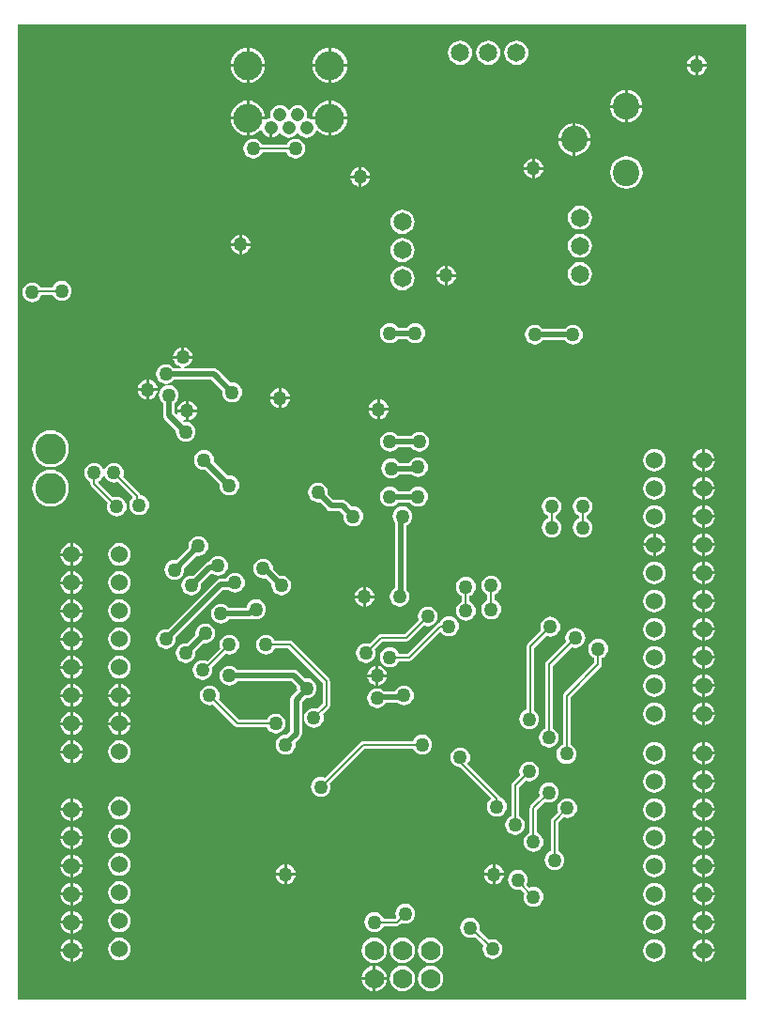
<source format=gbl>
G04*
G04 #@! TF.GenerationSoftware,Altium Limited,Altium Designer,19.1.7 (138)*
G04*
G04 Layer_Physical_Order=2*
G04 Layer_Color=16711680*
%FSLAX25Y25*%
%MOIN*%
G70*
G01*
G75*
%ADD11C,0.00600*%
%ADD54C,0.02000*%
%ADD55C,0.06000*%
%ADD56C,0.06496*%
%ADD57C,0.07000*%
%ADD58C,0.11000*%
%ADD59C,0.09449*%
%ADD60C,0.10299*%
%ADD61O,0.10299X0.10299*%
%ADD62C,0.04756*%
%ADD63C,0.05000*%
G36*
X295971Y2029D02*
X37529D01*
Y347971D01*
X295971D01*
Y2029D01*
D02*
G37*
%LPC*%
G36*
X148717Y339650D02*
Y334020D01*
X154347D01*
X154277Y334725D01*
X153926Y335884D01*
X153355Y336953D01*
X152586Y337889D01*
X151650Y338657D01*
X150581Y339229D01*
X149422Y339580D01*
X148717Y339650D01*
D02*
G37*
G36*
X119583D02*
Y334020D01*
X125213D01*
X125143Y334725D01*
X124792Y335884D01*
X124221Y336953D01*
X123452Y337889D01*
X122516Y338657D01*
X121447Y339229D01*
X120288Y339580D01*
X119583Y339650D01*
D02*
G37*
G36*
X147717D02*
X147011Y339580D01*
X145852Y339229D01*
X144783Y338657D01*
X143847Y337889D01*
X143079Y336953D01*
X142508Y335884D01*
X142156Y334725D01*
X142087Y334020D01*
X147717D01*
Y339650D01*
D02*
G37*
G36*
X118583D02*
X117877Y339580D01*
X116718Y339229D01*
X115649Y338657D01*
X114713Y337889D01*
X113945Y336953D01*
X113374Y335884D01*
X113022Y334725D01*
X112952Y334020D01*
X118583D01*
Y339650D01*
D02*
G37*
G36*
X279000Y336964D02*
Y334000D01*
X281964D01*
X281910Y334414D01*
X281557Y335265D01*
X280996Y335996D01*
X280265Y336557D01*
X279414Y336910D01*
X279000Y336964D01*
D02*
G37*
G36*
X278000D02*
X277586Y336910D01*
X276735Y336557D01*
X276004Y335996D01*
X275443Y335265D01*
X275090Y334414D01*
X275036Y334000D01*
X278000D01*
Y336964D01*
D02*
G37*
G36*
X214500Y342285D02*
X213391Y342139D01*
X212358Y341711D01*
X211470Y341030D01*
X210789Y340142D01*
X210361Y339109D01*
X210215Y338000D01*
X210361Y336891D01*
X210789Y335858D01*
X211470Y334970D01*
X212358Y334289D01*
X213391Y333861D01*
X214500Y333715D01*
X215609Y333861D01*
X216642Y334289D01*
X217530Y334970D01*
X218211Y335858D01*
X218639Y336891D01*
X218785Y338000D01*
X218639Y339109D01*
X218211Y340142D01*
X217530Y341030D01*
X216642Y341711D01*
X215609Y342139D01*
X214500Y342285D01*
D02*
G37*
G36*
X204500D02*
X203391Y342139D01*
X202358Y341711D01*
X201470Y341030D01*
X200789Y340142D01*
X200361Y339109D01*
X200215Y338000D01*
X200361Y336891D01*
X200789Y335858D01*
X201470Y334970D01*
X202358Y334289D01*
X203391Y333861D01*
X204500Y333715D01*
X205609Y333861D01*
X206642Y334289D01*
X207530Y334970D01*
X208211Y335858D01*
X208639Y336891D01*
X208785Y338000D01*
X208639Y339109D01*
X208211Y340142D01*
X207530Y341030D01*
X206642Y341711D01*
X205609Y342139D01*
X204500Y342285D01*
D02*
G37*
G36*
X194500D02*
X193391Y342139D01*
X192358Y341711D01*
X191470Y341030D01*
X190789Y340142D01*
X190361Y339109D01*
X190215Y338000D01*
X190361Y336891D01*
X190789Y335858D01*
X191470Y334970D01*
X192358Y334289D01*
X193391Y333861D01*
X194500Y333715D01*
X195609Y333861D01*
X196642Y334289D01*
X197530Y334970D01*
X198211Y335858D01*
X198639Y336891D01*
X198785Y338000D01*
X198639Y339109D01*
X198211Y340142D01*
X197530Y341030D01*
X196642Y341711D01*
X195609Y342139D01*
X194500Y342285D01*
D02*
G37*
G36*
X281964Y333000D02*
X279000D01*
Y330036D01*
X279414Y330090D01*
X280265Y330443D01*
X280996Y331004D01*
X281557Y331735D01*
X281910Y332586D01*
X281964Y333000D01*
D02*
G37*
G36*
X278000D02*
X275036D01*
X275090Y332586D01*
X275443Y331735D01*
X276004Y331004D01*
X276735Y330443D01*
X277586Y330090D01*
X278000Y330036D01*
Y333000D01*
D02*
G37*
G36*
X125213Y333020D02*
X119583D01*
Y327390D01*
X120288Y327459D01*
X121447Y327811D01*
X122516Y328382D01*
X123452Y329150D01*
X124221Y330086D01*
X124792Y331155D01*
X125143Y332314D01*
X125213Y333020D01*
D02*
G37*
G36*
X154347D02*
X148717D01*
Y327390D01*
X149422Y327459D01*
X150581Y327811D01*
X151650Y328382D01*
X152586Y329150D01*
X153355Y330086D01*
X153926Y331155D01*
X154277Y332314D01*
X154347Y333020D01*
D02*
G37*
G36*
X147717D02*
X142087D01*
X142156Y332314D01*
X142508Y331155D01*
X143079Y330086D01*
X143847Y329150D01*
X144783Y328382D01*
X145852Y327811D01*
X147011Y327459D01*
X147717Y327390D01*
Y333020D01*
D02*
G37*
G36*
X118583D02*
X112952D01*
X113022Y332314D01*
X113374Y331155D01*
X113945Y330086D01*
X114713Y329150D01*
X115649Y328382D01*
X116718Y327811D01*
X117877Y327459D01*
X118583Y327390D01*
Y333020D01*
D02*
G37*
G36*
X254000Y324708D02*
Y319500D01*
X259208D01*
X259077Y320494D01*
X258500Y321887D01*
X257583Y323083D01*
X256387Y324000D01*
X254994Y324577D01*
X254000Y324708D01*
D02*
G37*
G36*
X253000D02*
X252006Y324577D01*
X250613Y324000D01*
X249417Y323083D01*
X248500Y321887D01*
X247923Y320494D01*
X247792Y319500D01*
X253000D01*
Y324708D01*
D02*
G37*
G36*
X136799Y319407D02*
X135917Y319291D01*
X135096Y318951D01*
X134390Y318409D01*
X133942Y317825D01*
X133765Y317781D01*
X133535D01*
X133358Y317825D01*
X132909Y318409D01*
X132203Y318951D01*
X131382Y319291D01*
X130500Y319407D01*
X129618Y319291D01*
X128797Y318951D01*
X128091Y318409D01*
X127549Y317704D01*
X127209Y316882D01*
X127093Y316000D01*
X127209Y315118D01*
X126874Y314620D01*
X126469Y314567D01*
X125708Y314252D01*
X125552Y314319D01*
X119583D01*
Y308689D01*
X120288Y308758D01*
X121447Y309110D01*
X122516Y309681D01*
X123452Y310450D01*
X123570Y310594D01*
X124051Y310456D01*
X124059Y310394D01*
X124400Y309572D01*
X124941Y308866D01*
X125647Y308325D01*
X126469Y307985D01*
X126850Y307934D01*
Y311276D01*
X127850D01*
Y307934D01*
X128232Y307985D01*
X129054Y308325D01*
X129760Y308866D01*
X130208Y309451D01*
X130385Y309494D01*
X130615D01*
X130792Y309451D01*
X131240Y308866D01*
X131946Y308325D01*
X132768Y307985D01*
X133650Y307869D01*
X134531Y307985D01*
X135353Y308325D01*
X136059Y308866D01*
X136507Y309451D01*
X136684Y309494D01*
X136914D01*
X137091Y309451D01*
X137540Y308866D01*
X138245Y308325D01*
X139067Y307985D01*
X139949Y307869D01*
X140831Y307985D01*
X141652Y308325D01*
X142358Y308866D01*
X142899Y309572D01*
X143240Y310394D01*
X143248Y310456D01*
X143729Y310594D01*
X143847Y310450D01*
X144783Y309681D01*
X145852Y309110D01*
X147011Y308758D01*
X147717Y308689D01*
Y314319D01*
X141747D01*
X141591Y314252D01*
X140831Y314567D01*
X140425Y314620D01*
X140090Y315118D01*
X140206Y316000D01*
X140090Y316882D01*
X139750Y317704D01*
X139208Y318409D01*
X138503Y318951D01*
X137681Y319291D01*
X136799Y319407D01*
D02*
G37*
G36*
X148717Y320949D02*
Y315319D01*
X154347D01*
X154277Y316024D01*
X153926Y317184D01*
X153355Y318252D01*
X152586Y319188D01*
X151650Y319957D01*
X150581Y320528D01*
X149422Y320880D01*
X148717Y320949D01*
D02*
G37*
G36*
X119583D02*
Y315319D01*
X125213D01*
X125143Y316024D01*
X124792Y317184D01*
X124221Y318252D01*
X123452Y319188D01*
X122516Y319957D01*
X121447Y320528D01*
X120288Y320880D01*
X119583Y320949D01*
D02*
G37*
G36*
X147717D02*
X147011Y320880D01*
X145852Y320528D01*
X144783Y319957D01*
X143847Y319188D01*
X143079Y318252D01*
X142508Y317184D01*
X142156Y316024D01*
X142087Y315319D01*
X147717D01*
Y320949D01*
D02*
G37*
G36*
X118583D02*
X117877Y320880D01*
X116718Y320528D01*
X115649Y319957D01*
X114713Y319188D01*
X113945Y318252D01*
X113374Y317184D01*
X113022Y316024D01*
X112952Y315319D01*
X118583D01*
Y320949D01*
D02*
G37*
G36*
X259208Y318500D02*
X254000D01*
Y313292D01*
X254994Y313423D01*
X256387Y314000D01*
X257583Y314917D01*
X258500Y316113D01*
X259077Y317506D01*
X259208Y318500D01*
D02*
G37*
G36*
X253000D02*
X247792D01*
X247923Y317506D01*
X248500Y316113D01*
X249417Y314917D01*
X250613Y314000D01*
X252006Y313423D01*
X253000Y313292D01*
Y318500D01*
D02*
G37*
G36*
X154347Y314319D02*
X148717D01*
Y308689D01*
X149422Y308758D01*
X150581Y309110D01*
X151650Y309681D01*
X152586Y310450D01*
X153355Y311386D01*
X153926Y312454D01*
X154277Y313614D01*
X154347Y314319D01*
D02*
G37*
G36*
X118583D02*
X112952D01*
X113022Y313614D01*
X113374Y312454D01*
X113945Y311386D01*
X114713Y310450D01*
X115649Y309681D01*
X116718Y309110D01*
X117877Y308758D01*
X118583Y308689D01*
Y314319D01*
D02*
G37*
G36*
X235496Y312928D02*
Y307720D01*
X240704D01*
X240573Y308715D01*
X239996Y310107D01*
X239079Y311303D01*
X237883Y312221D01*
X236490Y312797D01*
X235496Y312928D01*
D02*
G37*
G36*
X234496D02*
X233502Y312797D01*
X232109Y312221D01*
X230913Y311303D01*
X229996Y310107D01*
X229419Y308715D01*
X229288Y307720D01*
X234496D01*
Y312928D01*
D02*
G37*
G36*
X136000Y307530D02*
X135086Y307410D01*
X134235Y307057D01*
X133504Y306496D01*
X132943Y305765D01*
X132761Y305326D01*
X124239D01*
X124057Y305765D01*
X123496Y306496D01*
X122765Y307057D01*
X121914Y307410D01*
X121000Y307530D01*
X120086Y307410D01*
X119235Y307057D01*
X118504Y306496D01*
X117943Y305765D01*
X117590Y304914D01*
X117470Y304000D01*
X117590Y303086D01*
X117943Y302235D01*
X118504Y301504D01*
X119235Y300943D01*
X120086Y300590D01*
X121000Y300470D01*
X121914Y300590D01*
X122765Y300943D01*
X123496Y301504D01*
X124057Y302235D01*
X124239Y302675D01*
X132761D01*
X132943Y302235D01*
X133504Y301504D01*
X134235Y300943D01*
X135086Y300590D01*
X136000Y300470D01*
X136914Y300590D01*
X137765Y300943D01*
X138496Y301504D01*
X139057Y302235D01*
X139410Y303086D01*
X139530Y304000D01*
X139410Y304914D01*
X139057Y305765D01*
X138496Y306496D01*
X137765Y307057D01*
X136914Y307410D01*
X136000Y307530D01*
D02*
G37*
G36*
X240704Y306720D02*
X235496D01*
Y301512D01*
X236490Y301643D01*
X237883Y302220D01*
X239079Y303138D01*
X239996Y304333D01*
X240573Y305726D01*
X240704Y306720D01*
D02*
G37*
G36*
X234496D02*
X229288D01*
X229419Y305726D01*
X229996Y304333D01*
X230913Y303138D01*
X232109Y302220D01*
X233502Y301643D01*
X234496Y301512D01*
Y306720D01*
D02*
G37*
G36*
X221000Y300464D02*
Y297500D01*
X223964D01*
X223910Y297914D01*
X223557Y298765D01*
X222996Y299496D01*
X222265Y300057D01*
X221414Y300410D01*
X221000Y300464D01*
D02*
G37*
G36*
X220000D02*
X219586Y300410D01*
X218735Y300057D01*
X218004Y299496D01*
X217443Y298765D01*
X217090Y297914D01*
X217036Y297500D01*
X220000D01*
Y300464D01*
D02*
G37*
G36*
X159500Y297464D02*
Y294500D01*
X162464D01*
X162410Y294914D01*
X162057Y295765D01*
X161496Y296496D01*
X160765Y297057D01*
X159914Y297410D01*
X159500Y297464D01*
D02*
G37*
G36*
X158500D02*
X158086Y297410D01*
X157235Y297057D01*
X156504Y296496D01*
X155943Y295765D01*
X155590Y294914D01*
X155536Y294500D01*
X158500D01*
Y297464D01*
D02*
G37*
G36*
X223964Y296500D02*
X221000D01*
Y293536D01*
X221414Y293590D01*
X222265Y293943D01*
X222996Y294504D01*
X223557Y295235D01*
X223910Y296086D01*
X223964Y296500D01*
D02*
G37*
G36*
X220000D02*
X217036D01*
X217090Y296086D01*
X217443Y295235D01*
X218004Y294504D01*
X218735Y293943D01*
X219586Y293590D01*
X220000Y293536D01*
Y296500D01*
D02*
G37*
G36*
X162464Y293500D02*
X159500D01*
Y290536D01*
X159914Y290590D01*
X160765Y290943D01*
X161496Y291504D01*
X162057Y292235D01*
X162410Y293086D01*
X162464Y293500D01*
D02*
G37*
G36*
X158500D02*
X155536D01*
X155590Y293086D01*
X155943Y292235D01*
X156504Y291504D01*
X157235Y290943D01*
X158086Y290590D01*
X158500Y290536D01*
Y293500D01*
D02*
G37*
G36*
X253500Y301274D02*
X252006Y301077D01*
X250613Y300500D01*
X249417Y299583D01*
X248500Y298387D01*
X247923Y296994D01*
X247726Y295500D01*
X247923Y294006D01*
X248500Y292613D01*
X249417Y291417D01*
X250613Y290500D01*
X252006Y289923D01*
X253500Y289726D01*
X254994Y289923D01*
X256387Y290500D01*
X257583Y291417D01*
X258500Y292613D01*
X259077Y294006D01*
X259274Y295500D01*
X259077Y296994D01*
X258500Y298387D01*
X257583Y299583D01*
X256387Y300500D01*
X254994Y301077D01*
X253500Y301274D01*
D02*
G37*
G36*
X237000Y283785D02*
X235891Y283639D01*
X234858Y283211D01*
X233970Y282530D01*
X233289Y281642D01*
X232861Y280609D01*
X232715Y279500D01*
X232861Y278391D01*
X233289Y277358D01*
X233970Y276470D01*
X234858Y275789D01*
X235891Y275361D01*
X237000Y275215D01*
X238109Y275361D01*
X239142Y275789D01*
X240030Y276470D01*
X240711Y277358D01*
X241139Y278391D01*
X241285Y279500D01*
X241139Y280609D01*
X240711Y281642D01*
X240030Y282530D01*
X239142Y283211D01*
X238109Y283639D01*
X237000Y283785D01*
D02*
G37*
G36*
X174000Y282285D02*
X172891Y282139D01*
X171858Y281711D01*
X170970Y281030D01*
X170289Y280142D01*
X169861Y279109D01*
X169715Y278000D01*
X169861Y276891D01*
X170289Y275858D01*
X170970Y274970D01*
X171858Y274289D01*
X172891Y273861D01*
X174000Y273715D01*
X175109Y273861D01*
X176142Y274289D01*
X177030Y274970D01*
X177711Y275858D01*
X178139Y276891D01*
X178285Y278000D01*
X178139Y279109D01*
X177711Y280142D01*
X177030Y281030D01*
X176142Y281711D01*
X175109Y282139D01*
X174000Y282285D01*
D02*
G37*
G36*
X117000Y273464D02*
Y270500D01*
X119964D01*
X119910Y270914D01*
X119557Y271765D01*
X118996Y272496D01*
X118265Y273057D01*
X117414Y273410D01*
X117000Y273464D01*
D02*
G37*
G36*
X116000D02*
X115586Y273410D01*
X114735Y273057D01*
X114004Y272496D01*
X113443Y271765D01*
X113090Y270914D01*
X113036Y270500D01*
X116000D01*
Y273464D01*
D02*
G37*
G36*
X119964Y269500D02*
X117000D01*
Y266536D01*
X117414Y266590D01*
X118265Y266943D01*
X118996Y267504D01*
X119557Y268235D01*
X119910Y269086D01*
X119964Y269500D01*
D02*
G37*
G36*
X116000D02*
X113036D01*
X113090Y269086D01*
X113443Y268235D01*
X114004Y267504D01*
X114735Y266943D01*
X115586Y266590D01*
X116000Y266536D01*
Y269500D01*
D02*
G37*
G36*
X237000Y273785D02*
X235891Y273639D01*
X234858Y273211D01*
X233970Y272530D01*
X233289Y271642D01*
X232861Y270609D01*
X232715Y269500D01*
X232861Y268391D01*
X233289Y267358D01*
X233970Y266470D01*
X234858Y265789D01*
X235891Y265361D01*
X237000Y265215D01*
X238109Y265361D01*
X239142Y265789D01*
X240030Y266470D01*
X240711Y267358D01*
X241139Y268391D01*
X241285Y269500D01*
X241139Y270609D01*
X240711Y271642D01*
X240030Y272530D01*
X239142Y273211D01*
X238109Y273639D01*
X237000Y273785D01*
D02*
G37*
G36*
X174000Y272285D02*
X172891Y272139D01*
X171858Y271711D01*
X170970Y271030D01*
X170289Y270142D01*
X169861Y269109D01*
X169715Y268000D01*
X169861Y266891D01*
X170289Y265858D01*
X170970Y264970D01*
X171858Y264289D01*
X172891Y263861D01*
X174000Y263715D01*
X175109Y263861D01*
X176142Y264289D01*
X177030Y264970D01*
X177711Y265858D01*
X178139Y266891D01*
X178285Y268000D01*
X178139Y269109D01*
X177711Y270142D01*
X177030Y271030D01*
X176142Y271711D01*
X175109Y272139D01*
X174000Y272285D01*
D02*
G37*
G36*
X190000Y262464D02*
Y259500D01*
X192964D01*
X192910Y259914D01*
X192557Y260765D01*
X191996Y261496D01*
X191265Y262057D01*
X190414Y262410D01*
X190000Y262464D01*
D02*
G37*
G36*
X189000D02*
X188586Y262410D01*
X187735Y262057D01*
X187004Y261496D01*
X186443Y260765D01*
X186090Y259914D01*
X186036Y259500D01*
X189000D01*
Y262464D01*
D02*
G37*
G36*
X192964Y258500D02*
X190000D01*
Y255536D01*
X190414Y255590D01*
X191265Y255943D01*
X191996Y256504D01*
X192557Y257235D01*
X192910Y258086D01*
X192964Y258500D01*
D02*
G37*
G36*
X189000D02*
X186036D01*
X186090Y258086D01*
X186443Y257235D01*
X187004Y256504D01*
X187735Y255943D01*
X188586Y255590D01*
X189000Y255536D01*
Y258500D01*
D02*
G37*
G36*
X237000Y263785D02*
X235891Y263639D01*
X234858Y263211D01*
X233970Y262530D01*
X233289Y261642D01*
X232861Y260609D01*
X232715Y259500D01*
X232861Y258391D01*
X233289Y257358D01*
X233970Y256470D01*
X234858Y255789D01*
X235891Y255361D01*
X237000Y255215D01*
X238109Y255361D01*
X239142Y255789D01*
X240030Y256470D01*
X240711Y257358D01*
X241139Y258391D01*
X241285Y259500D01*
X241139Y260609D01*
X240711Y261642D01*
X240030Y262530D01*
X239142Y263211D01*
X238109Y263639D01*
X237000Y263785D01*
D02*
G37*
G36*
X53000Y257030D02*
X52086Y256910D01*
X51235Y256557D01*
X50504Y255996D01*
X49943Y255265D01*
X49657Y254575D01*
X45636D01*
X45557Y254765D01*
X44996Y255496D01*
X44265Y256057D01*
X43414Y256410D01*
X42500Y256530D01*
X41586Y256410D01*
X40735Y256057D01*
X40004Y255496D01*
X39443Y254765D01*
X39090Y253914D01*
X38970Y253000D01*
X39090Y252086D01*
X39443Y251235D01*
X40004Y250504D01*
X40735Y249943D01*
X41586Y249590D01*
X42500Y249470D01*
X43414Y249590D01*
X44265Y249943D01*
X44996Y250504D01*
X45557Y251235D01*
X45843Y251924D01*
X49864D01*
X49943Y251735D01*
X50504Y251004D01*
X51235Y250443D01*
X52086Y250090D01*
X53000Y249970D01*
X53914Y250090D01*
X54765Y250443D01*
X55496Y251004D01*
X56057Y251735D01*
X56410Y252586D01*
X56530Y253500D01*
X56410Y254414D01*
X56057Y255265D01*
X55496Y255996D01*
X54765Y256557D01*
X53914Y256910D01*
X53000Y257030D01*
D02*
G37*
G36*
X174000Y262285D02*
X172891Y262139D01*
X171858Y261711D01*
X170970Y261030D01*
X170289Y260142D01*
X169861Y259109D01*
X169715Y258000D01*
X169861Y256891D01*
X170289Y255858D01*
X170970Y254970D01*
X171858Y254289D01*
X172891Y253861D01*
X174000Y253715D01*
X175109Y253861D01*
X176142Y254289D01*
X177030Y254970D01*
X177711Y255858D01*
X178139Y256891D01*
X178285Y258000D01*
X178139Y259109D01*
X177711Y260142D01*
X177030Y261030D01*
X176142Y261711D01*
X175109Y262139D01*
X174000Y262285D01*
D02*
G37*
G36*
X178500Y242030D02*
X177586Y241910D01*
X176735Y241557D01*
X176004Y240996D01*
X175653Y240539D01*
X172347D01*
X171996Y240996D01*
X171265Y241557D01*
X170414Y241910D01*
X169500Y242030D01*
X168586Y241910D01*
X167735Y241557D01*
X167004Y240996D01*
X166443Y240265D01*
X166090Y239414D01*
X165970Y238500D01*
X166090Y237586D01*
X166443Y236735D01*
X167004Y236004D01*
X167735Y235443D01*
X168586Y235090D01*
X169500Y234970D01*
X170414Y235090D01*
X171265Y235443D01*
X171996Y236004D01*
X172347Y236461D01*
X175653D01*
X176004Y236004D01*
X176735Y235443D01*
X177586Y235090D01*
X178500Y234970D01*
X179414Y235090D01*
X180265Y235443D01*
X180996Y236004D01*
X181557Y236735D01*
X181910Y237586D01*
X182030Y238500D01*
X181910Y239414D01*
X181557Y240265D01*
X180996Y240996D01*
X180265Y241557D01*
X179414Y241910D01*
X178500Y242030D01*
D02*
G37*
G36*
X234500Y241530D02*
X233586Y241410D01*
X232735Y241057D01*
X232004Y240496D01*
X231653Y240039D01*
X223847D01*
X223496Y240496D01*
X222765Y241057D01*
X221914Y241410D01*
X221000Y241530D01*
X220086Y241410D01*
X219235Y241057D01*
X218504Y240496D01*
X217943Y239765D01*
X217590Y238914D01*
X217470Y238000D01*
X217590Y237086D01*
X217943Y236235D01*
X218504Y235504D01*
X219235Y234943D01*
X220086Y234590D01*
X221000Y234470D01*
X221914Y234590D01*
X222765Y234943D01*
X223496Y235504D01*
X223847Y235961D01*
X231653D01*
X232004Y235504D01*
X232735Y234943D01*
X233586Y234590D01*
X234500Y234470D01*
X235414Y234590D01*
X236265Y234943D01*
X236996Y235504D01*
X237557Y236235D01*
X237910Y237086D01*
X238030Y238000D01*
X237910Y238914D01*
X237557Y239765D01*
X236996Y240496D01*
X236265Y241057D01*
X235414Y241410D01*
X234500Y241530D01*
D02*
G37*
G36*
X96500Y233464D02*
Y230500D01*
X99464D01*
X99410Y230914D01*
X99057Y231765D01*
X98496Y232496D01*
X97765Y233057D01*
X96914Y233410D01*
X96500Y233464D01*
D02*
G37*
G36*
X95500D02*
X95086Y233410D01*
X94235Y233057D01*
X93504Y232496D01*
X92943Y231765D01*
X92590Y230914D01*
X92536Y230500D01*
X95500D01*
Y233464D01*
D02*
G37*
G36*
X99464Y229500D02*
X92536D01*
X92590Y229086D01*
X92943Y228235D01*
X93504Y227504D01*
X94235Y226943D01*
X95086Y226590D01*
X95473Y226539D01*
X95440Y226039D01*
X92847D01*
X92496Y226496D01*
X91765Y227057D01*
X90914Y227410D01*
X90000Y227530D01*
X89086Y227410D01*
X88235Y227057D01*
X87504Y226496D01*
X86943Y225765D01*
X86590Y224914D01*
X86470Y224000D01*
X86590Y223086D01*
X86943Y222235D01*
X87504Y221504D01*
X88235Y220943D01*
X89086Y220590D01*
X90000Y220470D01*
X90914Y220590D01*
X91765Y220943D01*
X92496Y221504D01*
X92847Y221961D01*
X106155D01*
X110045Y218071D01*
X109970Y217500D01*
X110090Y216586D01*
X110443Y215735D01*
X111004Y215004D01*
X111735Y214443D01*
X112586Y214090D01*
X113500Y213970D01*
X114414Y214090D01*
X115265Y214443D01*
X115996Y215004D01*
X116557Y215735D01*
X116910Y216586D01*
X117030Y217500D01*
X116910Y218414D01*
X116557Y219265D01*
X115996Y219996D01*
X115265Y220557D01*
X114414Y220910D01*
X113500Y221030D01*
X112929Y220955D01*
X108442Y225442D01*
X107780Y225884D01*
X107000Y226039D01*
X96560D01*
X96527Y226539D01*
X96914Y226590D01*
X97765Y226943D01*
X98496Y227504D01*
X99057Y228235D01*
X99410Y229086D01*
X99464Y229500D01*
D02*
G37*
G36*
X84000Y221964D02*
Y219000D01*
X86964D01*
X86910Y219414D01*
X86557Y220265D01*
X85996Y220996D01*
X85265Y221557D01*
X84414Y221910D01*
X84000Y221964D01*
D02*
G37*
G36*
X83000D02*
X82586Y221910D01*
X81735Y221557D01*
X81004Y220996D01*
X80443Y220265D01*
X80090Y219414D01*
X80036Y219000D01*
X83000D01*
Y221964D01*
D02*
G37*
G36*
X131000Y218964D02*
Y216000D01*
X133964D01*
X133910Y216414D01*
X133557Y217265D01*
X132996Y217996D01*
X132265Y218557D01*
X131414Y218910D01*
X131000Y218964D01*
D02*
G37*
G36*
X130000D02*
X129586Y218910D01*
X128735Y218557D01*
X128004Y217996D01*
X127443Y217265D01*
X127090Y216414D01*
X127036Y216000D01*
X130000D01*
Y218964D01*
D02*
G37*
G36*
X86964Y218000D02*
X84000D01*
Y215036D01*
X84414Y215090D01*
X85265Y215443D01*
X85996Y216004D01*
X86557Y216735D01*
X86910Y217586D01*
X86964Y218000D01*
D02*
G37*
G36*
X83000D02*
X80036D01*
X80090Y217586D01*
X80443Y216735D01*
X81004Y216004D01*
X81735Y215443D01*
X82586Y215090D01*
X83000Y215036D01*
Y218000D01*
D02*
G37*
G36*
X133964Y215000D02*
X131000D01*
Y212036D01*
X131414Y212090D01*
X132265Y212443D01*
X132996Y213004D01*
X133557Y213735D01*
X133910Y214586D01*
X133964Y215000D01*
D02*
G37*
G36*
X130000D02*
X127036D01*
X127090Y214586D01*
X127443Y213735D01*
X128004Y213004D01*
X128735Y212443D01*
X129586Y212090D01*
X130000Y212036D01*
Y215000D01*
D02*
G37*
G36*
X166000Y214964D02*
Y212000D01*
X168964D01*
X168910Y212414D01*
X168557Y213265D01*
X167996Y213996D01*
X167265Y214557D01*
X166414Y214910D01*
X166000Y214964D01*
D02*
G37*
G36*
X165000D02*
X164586Y214910D01*
X163735Y214557D01*
X163004Y213996D01*
X162443Y213265D01*
X162090Y212414D01*
X162036Y212000D01*
X165000D01*
Y214964D01*
D02*
G37*
G36*
X98043Y214508D02*
Y211543D01*
X101008D01*
X100953Y211957D01*
X100601Y212808D01*
X100040Y213540D01*
X99309Y214101D01*
X98457Y214453D01*
X98043Y214508D01*
D02*
G37*
G36*
X97043D02*
X96630Y214453D01*
X95778Y214101D01*
X95047Y213540D01*
X94486Y212808D01*
X94134Y211957D01*
X94079Y211543D01*
X97043D01*
Y214508D01*
D02*
G37*
G36*
X168964Y211000D02*
X166000D01*
Y208036D01*
X166414Y208090D01*
X167265Y208443D01*
X167996Y209004D01*
X168557Y209735D01*
X168910Y210586D01*
X168964Y211000D01*
D02*
G37*
G36*
X165000D02*
X162036D01*
X162090Y210586D01*
X162443Y209735D01*
X163004Y209004D01*
X163735Y208443D01*
X164586Y208090D01*
X165000Y208036D01*
Y211000D01*
D02*
G37*
G36*
X101008Y210543D02*
X98043D01*
Y207579D01*
X98457Y207633D01*
X99309Y207986D01*
X100040Y208547D01*
X100601Y209278D01*
X100953Y210130D01*
X101008Y210543D01*
D02*
G37*
G36*
X91000Y220030D02*
X90086Y219910D01*
X89235Y219557D01*
X88504Y218996D01*
X87943Y218265D01*
X87590Y217414D01*
X87470Y216500D01*
X87590Y215586D01*
X87943Y214735D01*
X88504Y214004D01*
X88961Y213653D01*
Y209500D01*
X89116Y208720D01*
X89558Y208058D01*
X93545Y204071D01*
X93470Y203500D01*
X93590Y202586D01*
X93943Y201735D01*
X94504Y201004D01*
X95235Y200443D01*
X96086Y200090D01*
X97000Y199970D01*
X97914Y200090D01*
X98765Y200443D01*
X99496Y201004D01*
X100057Y201735D01*
X100410Y202586D01*
X100530Y203500D01*
X100410Y204414D01*
X100057Y205265D01*
X99496Y205996D01*
X98765Y206557D01*
X97914Y206910D01*
X97000Y207030D01*
X96429Y206955D01*
X96052Y207331D01*
X96336Y207755D01*
X96630Y207633D01*
X97043Y207579D01*
Y210543D01*
X94079D01*
X94134Y210130D01*
X94255Y209836D01*
X93831Y209552D01*
X93039Y210345D01*
Y213653D01*
X93496Y214004D01*
X94057Y214735D01*
X94410Y215586D01*
X94530Y216500D01*
X94410Y217414D01*
X94057Y218265D01*
X93496Y218996D01*
X92765Y219557D01*
X91914Y219910D01*
X91000Y220030D01*
D02*
G37*
G36*
X180000Y203530D02*
X179086Y203410D01*
X178235Y203057D01*
X177504Y202496D01*
X177153Y202039D01*
X172347D01*
X171996Y202496D01*
X171265Y203057D01*
X170414Y203410D01*
X169500Y203530D01*
X168586Y203410D01*
X167735Y203057D01*
X167004Y202496D01*
X166443Y201765D01*
X166090Y200914D01*
X165970Y200000D01*
X166090Y199086D01*
X166443Y198235D01*
X167004Y197504D01*
X167735Y196943D01*
X168586Y196590D01*
X169500Y196470D01*
X170414Y196590D01*
X171265Y196943D01*
X171996Y197504D01*
X172347Y197961D01*
X177153D01*
X177504Y197504D01*
X178235Y196943D01*
X179086Y196590D01*
X180000Y196470D01*
X180914Y196590D01*
X181765Y196943D01*
X182496Y197504D01*
X183057Y198235D01*
X183410Y199086D01*
X183530Y200000D01*
X183410Y200914D01*
X183057Y201765D01*
X182496Y202496D01*
X181765Y203057D01*
X180914Y203410D01*
X180000Y203530D01*
D02*
G37*
G36*
X281500Y197469D02*
Y194000D01*
X284969D01*
X284897Y194544D01*
X284494Y195517D01*
X283853Y196353D01*
X283017Y196994D01*
X282044Y197397D01*
X281500Y197469D01*
D02*
G37*
G36*
X280500D02*
X279956Y197397D01*
X278983Y196994D01*
X278147Y196353D01*
X277506Y195517D01*
X277103Y194544D01*
X277031Y194000D01*
X280500D01*
Y197469D01*
D02*
G37*
G36*
X179500Y194530D02*
X178586Y194410D01*
X177735Y194057D01*
X177004Y193496D01*
X176443Y192765D01*
X176349Y192539D01*
X172847D01*
X172496Y192996D01*
X171765Y193557D01*
X170914Y193910D01*
X170000Y194030D01*
X169086Y193910D01*
X168235Y193557D01*
X167504Y192996D01*
X166943Y192265D01*
X166590Y191414D01*
X166470Y190500D01*
X166590Y189586D01*
X166943Y188735D01*
X167504Y188004D01*
X168235Y187443D01*
X169086Y187090D01*
X170000Y186970D01*
X170914Y187090D01*
X171765Y187443D01*
X172496Y188004D01*
X172847Y188461D01*
X177060D01*
X177735Y187943D01*
X178586Y187590D01*
X179500Y187470D01*
X180414Y187590D01*
X181265Y187943D01*
X181996Y188504D01*
X182557Y189235D01*
X182910Y190086D01*
X183030Y191000D01*
X182910Y191914D01*
X182557Y192765D01*
X181996Y193496D01*
X181265Y194057D01*
X180414Y194410D01*
X179500Y194530D01*
D02*
G37*
G36*
X49000Y204031D02*
X47726Y203906D01*
X46501Y203534D01*
X45371Y202931D01*
X44382Y202118D01*
X43569Y201129D01*
X42966Y199999D01*
X42594Y198774D01*
X42469Y197500D01*
X42594Y196226D01*
X42966Y195001D01*
X43569Y193871D01*
X44382Y192882D01*
X45371Y192069D01*
X46501Y191466D01*
X47726Y191094D01*
X49000Y190969D01*
X50274Y191094D01*
X51499Y191466D01*
X52629Y192069D01*
X53618Y192882D01*
X54431Y193871D01*
X55034Y195001D01*
X55406Y196226D01*
X55531Y197500D01*
X55406Y198774D01*
X55034Y199999D01*
X54431Y201129D01*
X53618Y202118D01*
X52629Y202931D01*
X51499Y203534D01*
X50274Y203906D01*
X49000Y204031D01*
D02*
G37*
G36*
X71500Y192530D02*
X70586Y192410D01*
X69735Y192057D01*
X69004Y191496D01*
X68443Y190765D01*
X68271Y190349D01*
X67729D01*
X67557Y190765D01*
X66996Y191496D01*
X66265Y192057D01*
X65414Y192410D01*
X64500Y192530D01*
X63586Y192410D01*
X62735Y192057D01*
X62004Y191496D01*
X61443Y190765D01*
X61090Y189914D01*
X60970Y189000D01*
X61090Y188086D01*
X61443Y187235D01*
X62004Y186504D01*
X62735Y185943D01*
X63174Y185761D01*
Y185000D01*
X63275Y184493D01*
X63563Y184063D01*
X69272Y178353D01*
X69090Y177914D01*
X68970Y177000D01*
X69090Y176086D01*
X69443Y175235D01*
X70004Y174504D01*
X70735Y173943D01*
X71586Y173590D01*
X72500Y173470D01*
X73414Y173590D01*
X74265Y173943D01*
X74996Y174504D01*
X75557Y175235D01*
X75910Y176086D01*
X76030Y177000D01*
X75910Y177914D01*
X75557Y178765D01*
X74996Y179496D01*
X74265Y180057D01*
X73414Y180410D01*
X72500Y180530D01*
X71586Y180410D01*
X71147Y180228D01*
X66058Y185316D01*
X66174Y185905D01*
X66265Y185943D01*
X66996Y186504D01*
X67557Y187235D01*
X67729Y187651D01*
X68271D01*
X68443Y187235D01*
X69004Y186504D01*
X69735Y185943D01*
X70586Y185590D01*
X71500Y185470D01*
X72414Y185590D01*
X72853Y185772D01*
X78001Y180624D01*
X78004Y179996D01*
X77443Y179265D01*
X77090Y178414D01*
X76970Y177500D01*
X77090Y176586D01*
X77443Y175735D01*
X78004Y175004D01*
X78735Y174443D01*
X79586Y174090D01*
X80500Y173970D01*
X81414Y174090D01*
X82265Y174443D01*
X82996Y175004D01*
X83557Y175735D01*
X83910Y176586D01*
X84030Y177500D01*
X83910Y178414D01*
X83557Y179265D01*
X82996Y179996D01*
X82265Y180557D01*
X81414Y180910D01*
X80958Y180970D01*
X80883Y181349D01*
X80595Y181779D01*
X74728Y187647D01*
X74910Y188086D01*
X75030Y189000D01*
X74910Y189914D01*
X74557Y190765D01*
X73996Y191496D01*
X73265Y192057D01*
X72414Y192410D01*
X71500Y192530D01*
D02*
G37*
G36*
X284969Y193000D02*
X281500D01*
Y189531D01*
X282044Y189603D01*
X283017Y190006D01*
X283853Y190647D01*
X284494Y191483D01*
X284897Y192456D01*
X284969Y193000D01*
D02*
G37*
G36*
X280500D02*
X277031D01*
X277103Y192456D01*
X277506Y191483D01*
X278147Y190647D01*
X278983Y190006D01*
X279956Y189603D01*
X280500Y189531D01*
Y193000D01*
D02*
G37*
G36*
X263500Y197535D02*
X262456Y197397D01*
X261483Y196994D01*
X260647Y196353D01*
X260006Y195517D01*
X259603Y194544D01*
X259466Y193500D01*
X259603Y192456D01*
X260006Y191483D01*
X260647Y190647D01*
X261483Y190006D01*
X262456Y189603D01*
X263500Y189465D01*
X264544Y189603D01*
X265517Y190006D01*
X266353Y190647D01*
X266994Y191483D01*
X267397Y192456D01*
X267534Y193500D01*
X267397Y194544D01*
X266994Y195517D01*
X266353Y196353D01*
X265517Y196994D01*
X264544Y197397D01*
X263500Y197535D01*
D02*
G37*
G36*
X281500Y187469D02*
Y184000D01*
X284969D01*
X284897Y184544D01*
X284494Y185517D01*
X283853Y186353D01*
X283017Y186994D01*
X282044Y187397D01*
X281500Y187469D01*
D02*
G37*
G36*
X280500D02*
X279956Y187397D01*
X278983Y186994D01*
X278147Y186353D01*
X277506Y185517D01*
X277103Y184544D01*
X277031Y184000D01*
X280500D01*
Y187469D01*
D02*
G37*
G36*
X179500Y184030D02*
X178586Y183910D01*
X177735Y183557D01*
X177004Y182996D01*
X176653Y182539D01*
X172347D01*
X171996Y182996D01*
X171265Y183557D01*
X170414Y183910D01*
X169500Y184030D01*
X168586Y183910D01*
X167735Y183557D01*
X167004Y182996D01*
X166443Y182265D01*
X166090Y181414D01*
X165970Y180500D01*
X166090Y179586D01*
X166443Y178735D01*
X167004Y178004D01*
X167735Y177443D01*
X168586Y177090D01*
X169500Y176970D01*
X170414Y177090D01*
X171265Y177443D01*
X171996Y178004D01*
X172347Y178461D01*
X176653D01*
X177004Y178004D01*
X177735Y177443D01*
X178586Y177090D01*
X179500Y176970D01*
X180414Y177090D01*
X181265Y177443D01*
X181996Y178004D01*
X182557Y178735D01*
X182910Y179586D01*
X183030Y180500D01*
X182910Y181414D01*
X182557Y182265D01*
X181996Y182996D01*
X181265Y183557D01*
X180414Y183910D01*
X179500Y184030D01*
D02*
G37*
G36*
X103500Y197030D02*
X102586Y196910D01*
X101735Y196557D01*
X101004Y195996D01*
X100443Y195265D01*
X100090Y194414D01*
X99970Y193500D01*
X100090Y192586D01*
X100443Y191735D01*
X101004Y191004D01*
X101735Y190443D01*
X102586Y190090D01*
X103500Y189970D01*
X104071Y190045D01*
X109045Y185071D01*
X108970Y184500D01*
X109090Y183586D01*
X109443Y182735D01*
X110004Y182004D01*
X110735Y181443D01*
X111586Y181090D01*
X112500Y180970D01*
X113414Y181090D01*
X114265Y181443D01*
X114996Y182004D01*
X115557Y182735D01*
X115910Y183586D01*
X116030Y184500D01*
X115910Y185414D01*
X115557Y186265D01*
X114996Y186996D01*
X114265Y187557D01*
X113414Y187910D01*
X112500Y188030D01*
X111929Y187955D01*
X106955Y192929D01*
X107030Y193500D01*
X106910Y194414D01*
X106557Y195265D01*
X105996Y195996D01*
X105265Y196557D01*
X104414Y196910D01*
X103500Y197030D01*
D02*
G37*
G36*
X284969Y183000D02*
X281500D01*
Y179531D01*
X282044Y179603D01*
X283017Y180006D01*
X283853Y180647D01*
X284494Y181483D01*
X284897Y182456D01*
X284969Y183000D01*
D02*
G37*
G36*
X280500D02*
X277031D01*
X277103Y182456D01*
X277506Y181483D01*
X278147Y180647D01*
X278983Y180006D01*
X279956Y179603D01*
X280500Y179531D01*
Y183000D01*
D02*
G37*
G36*
X263500Y187534D02*
X262456Y187397D01*
X261483Y186994D01*
X260647Y186353D01*
X260006Y185517D01*
X259603Y184544D01*
X259466Y183500D01*
X259603Y182456D01*
X260006Y181483D01*
X260647Y180647D01*
X261483Y180006D01*
X262456Y179603D01*
X263500Y179465D01*
X264544Y179603D01*
X265517Y180006D01*
X266353Y180647D01*
X266994Y181483D01*
X267397Y182456D01*
X267534Y183500D01*
X267397Y184544D01*
X266994Y185517D01*
X266353Y186353D01*
X265517Y186994D01*
X264544Y187397D01*
X263500Y187534D01*
D02*
G37*
G36*
X49000Y190031D02*
X47726Y189906D01*
X46501Y189534D01*
X45371Y188931D01*
X44382Y188118D01*
X43569Y187129D01*
X42966Y186000D01*
X42594Y184774D01*
X42469Y183500D01*
X42594Y182226D01*
X42966Y181000D01*
X43569Y179871D01*
X44382Y178882D01*
X45371Y178069D01*
X46501Y177466D01*
X47726Y177094D01*
X49000Y176969D01*
X50274Y177094D01*
X51499Y177466D01*
X52629Y178069D01*
X53618Y178882D01*
X54431Y179871D01*
X55034Y181000D01*
X55406Y182226D01*
X55531Y183500D01*
X55406Y184774D01*
X55034Y186000D01*
X54431Y187129D01*
X53618Y188118D01*
X52629Y188931D01*
X51499Y189534D01*
X50274Y189906D01*
X49000Y190031D01*
D02*
G37*
G36*
X281500Y177469D02*
Y174000D01*
X284969D01*
X284897Y174544D01*
X284494Y175517D01*
X283853Y176353D01*
X283017Y176994D01*
X282044Y177397D01*
X281500Y177469D01*
D02*
G37*
G36*
X280500D02*
X279956Y177397D01*
X278983Y176994D01*
X278147Y176353D01*
X277506Y175517D01*
X277103Y174544D01*
X277031Y174000D01*
X280500D01*
Y177469D01*
D02*
G37*
G36*
X144000Y185530D02*
X143086Y185410D01*
X142235Y185057D01*
X141504Y184496D01*
X140943Y183765D01*
X140590Y182914D01*
X140470Y182000D01*
X140590Y181086D01*
X140943Y180235D01*
X141504Y179504D01*
X142235Y178943D01*
X143086Y178590D01*
X144000Y178470D01*
X144571Y178545D01*
X147169Y175947D01*
X147830Y175505D01*
X148611Y175350D01*
X151766D01*
X153045Y174071D01*
X152970Y173500D01*
X153090Y172586D01*
X153443Y171735D01*
X154004Y171004D01*
X154735Y170443D01*
X155586Y170090D01*
X156500Y169970D01*
X157414Y170090D01*
X158265Y170443D01*
X158996Y171004D01*
X159557Y171735D01*
X159910Y172586D01*
X160030Y173500D01*
X159910Y174414D01*
X159557Y175265D01*
X158996Y175996D01*
X158265Y176557D01*
X157414Y176910D01*
X156500Y177030D01*
X155929Y176955D01*
X154053Y178831D01*
X153391Y179273D01*
X152611Y179428D01*
X149456D01*
X147455Y181429D01*
X147530Y182000D01*
X147410Y182914D01*
X147057Y183765D01*
X146496Y184496D01*
X145765Y185057D01*
X144914Y185410D01*
X144000Y185530D01*
D02*
G37*
G36*
X284969Y173000D02*
X281500D01*
Y169531D01*
X282044Y169603D01*
X283017Y170006D01*
X283853Y170647D01*
X284494Y171483D01*
X284897Y172456D01*
X284969Y173000D01*
D02*
G37*
G36*
X280500D02*
X277031D01*
X277103Y172456D01*
X277506Y171483D01*
X278147Y170647D01*
X278983Y170006D01*
X279956Y169603D01*
X280500Y169531D01*
Y173000D01*
D02*
G37*
G36*
X263500Y177534D02*
X262456Y177397D01*
X261483Y176994D01*
X260647Y176353D01*
X260006Y175517D01*
X259603Y174544D01*
X259466Y173500D01*
X259603Y172456D01*
X260006Y171483D01*
X260647Y170647D01*
X261483Y170006D01*
X262456Y169603D01*
X263500Y169465D01*
X264544Y169603D01*
X265517Y170006D01*
X266353Y170647D01*
X266994Y171483D01*
X267397Y172456D01*
X267534Y173500D01*
X267397Y174544D01*
X266994Y175517D01*
X266353Y176353D01*
X265517Y176994D01*
X264544Y177397D01*
X263500Y177534D01*
D02*
G37*
G36*
X238000Y180530D02*
X237086Y180410D01*
X236235Y180057D01*
X235504Y179496D01*
X234943Y178765D01*
X234590Y177914D01*
X234470Y177000D01*
X234590Y176086D01*
X234943Y175235D01*
X235504Y174504D01*
X236235Y173943D01*
X236674Y173761D01*
Y172739D01*
X236235Y172557D01*
X235504Y171996D01*
X234943Y171265D01*
X234590Y170414D01*
X234470Y169500D01*
X234590Y168586D01*
X234943Y167735D01*
X235504Y167004D01*
X236235Y166443D01*
X237086Y166090D01*
X238000Y165970D01*
X238914Y166090D01*
X239765Y166443D01*
X240496Y167004D01*
X241057Y167735D01*
X241410Y168586D01*
X241530Y169500D01*
X241410Y170414D01*
X241057Y171265D01*
X240496Y171996D01*
X239765Y172557D01*
X239325Y172739D01*
Y173761D01*
X239765Y173943D01*
X240496Y174504D01*
X241057Y175235D01*
X241410Y176086D01*
X241530Y177000D01*
X241410Y177914D01*
X241057Y178765D01*
X240496Y179496D01*
X239765Y180057D01*
X238914Y180410D01*
X238000Y180530D01*
D02*
G37*
G36*
X227000D02*
X226086Y180410D01*
X225235Y180057D01*
X224504Y179496D01*
X223943Y178765D01*
X223590Y177914D01*
X223470Y177000D01*
X223590Y176086D01*
X223943Y175235D01*
X224504Y174504D01*
X225235Y173943D01*
X225675Y173761D01*
Y172739D01*
X225235Y172557D01*
X224504Y171996D01*
X223943Y171265D01*
X223590Y170414D01*
X223470Y169500D01*
X223590Y168586D01*
X223943Y167735D01*
X224504Y167004D01*
X225235Y166443D01*
X226086Y166090D01*
X227000Y165970D01*
X227914Y166090D01*
X228765Y166443D01*
X229496Y167004D01*
X230057Y167735D01*
X230410Y168586D01*
X230530Y169500D01*
X230410Y170414D01*
X230057Y171265D01*
X229496Y171996D01*
X228765Y172557D01*
X228326Y172739D01*
Y173761D01*
X228765Y173943D01*
X229496Y174504D01*
X230057Y175235D01*
X230410Y176086D01*
X230530Y177000D01*
X230410Y177914D01*
X230057Y178765D01*
X229496Y179496D01*
X228765Y180057D01*
X227914Y180410D01*
X227000Y180530D01*
D02*
G37*
G36*
X281500Y167469D02*
Y164000D01*
X284969D01*
X284897Y164544D01*
X284494Y165517D01*
X283853Y166353D01*
X283017Y166994D01*
X282044Y167397D01*
X281500Y167469D01*
D02*
G37*
G36*
X264000D02*
Y164000D01*
X267469D01*
X267397Y164544D01*
X266994Y165517D01*
X266353Y166353D01*
X265517Y166994D01*
X264544Y167397D01*
X264000Y167469D01*
D02*
G37*
G36*
X263000D02*
X262456Y167397D01*
X261483Y166994D01*
X260647Y166353D01*
X260006Y165517D01*
X259603Y164544D01*
X259531Y164000D01*
X263000D01*
Y167469D01*
D02*
G37*
G36*
X280500D02*
X279956Y167397D01*
X278983Y166994D01*
X278147Y166353D01*
X277506Y165517D01*
X277103Y164544D01*
X277031Y164000D01*
X280500D01*
Y167469D01*
D02*
G37*
G36*
X57000Y163969D02*
Y160500D01*
X60469D01*
X60397Y161044D01*
X59994Y162017D01*
X59353Y162853D01*
X58517Y163494D01*
X57544Y163897D01*
X57000Y163969D01*
D02*
G37*
G36*
X56000D02*
X55456Y163897D01*
X54483Y163494D01*
X53647Y162853D01*
X53006Y162017D01*
X52603Y161044D01*
X52531Y160500D01*
X56000D01*
Y163969D01*
D02*
G37*
G36*
X284969Y163000D02*
X281500D01*
Y159531D01*
X282044Y159603D01*
X283017Y160006D01*
X283853Y160647D01*
X284494Y161483D01*
X284897Y162456D01*
X284969Y163000D01*
D02*
G37*
G36*
X267469D02*
X264000D01*
Y159531D01*
X264544Y159603D01*
X265517Y160006D01*
X266353Y160647D01*
X266994Y161483D01*
X267397Y162456D01*
X267469Y163000D01*
D02*
G37*
G36*
X263000D02*
X259531D01*
X259603Y162456D01*
X260006Y161483D01*
X260647Y160647D01*
X261483Y160006D01*
X262456Y159603D01*
X263000Y159531D01*
Y163000D01*
D02*
G37*
G36*
X280500D02*
X277031D01*
X277103Y162456D01*
X277506Y161483D01*
X278147Y160647D01*
X278983Y160006D01*
X279956Y159603D01*
X280500Y159531D01*
Y163000D01*
D02*
G37*
G36*
X101500Y166530D02*
X100586Y166410D01*
X99735Y166057D01*
X99004Y165496D01*
X98443Y164765D01*
X98090Y163914D01*
X97970Y163000D01*
X98045Y162429D01*
X93571Y157955D01*
X93000Y158030D01*
X92086Y157910D01*
X91235Y157557D01*
X90504Y156996D01*
X89943Y156265D01*
X89590Y155414D01*
X89470Y154500D01*
X89590Y153586D01*
X89943Y152735D01*
X90504Y152004D01*
X91235Y151443D01*
X92086Y151090D01*
X93000Y150970D01*
X93914Y151090D01*
X94765Y151443D01*
X95496Y152004D01*
X96057Y152735D01*
X96410Y153586D01*
X96530Y154500D01*
X96455Y155071D01*
X100929Y159545D01*
X101500Y159470D01*
X102414Y159590D01*
X103265Y159943D01*
X103996Y160504D01*
X104557Y161235D01*
X104910Y162086D01*
X105030Y163000D01*
X104910Y163914D01*
X104557Y164765D01*
X103996Y165496D01*
X103265Y166057D01*
X102414Y166410D01*
X101500Y166530D01*
D02*
G37*
G36*
X60469Y159500D02*
X57000D01*
Y156031D01*
X57544Y156103D01*
X58517Y156506D01*
X59353Y157147D01*
X59994Y157983D01*
X60397Y158956D01*
X60469Y159500D01*
D02*
G37*
G36*
X56000D02*
X52531D01*
X52603Y158956D01*
X53006Y157983D01*
X53647Y157147D01*
X54483Y156506D01*
X55456Y156103D01*
X56000Y156031D01*
Y159500D01*
D02*
G37*
G36*
X73500Y164034D02*
X72456Y163897D01*
X71483Y163494D01*
X70647Y162853D01*
X70006Y162017D01*
X69603Y161044D01*
X69466Y160000D01*
X69603Y158956D01*
X70006Y157983D01*
X70647Y157147D01*
X71483Y156506D01*
X72456Y156103D01*
X73500Y155965D01*
X74544Y156103D01*
X75517Y156506D01*
X76353Y157147D01*
X76994Y157983D01*
X77397Y158956D01*
X77535Y160000D01*
X77397Y161044D01*
X76994Y162017D01*
X76353Y162853D01*
X75517Y163494D01*
X74544Y163897D01*
X73500Y164034D01*
D02*
G37*
G36*
X281500Y157469D02*
Y154000D01*
X284969D01*
X284897Y154544D01*
X284494Y155517D01*
X283853Y156353D01*
X283017Y156994D01*
X282044Y157397D01*
X281500Y157469D01*
D02*
G37*
G36*
X280500D02*
X279956Y157397D01*
X278983Y156994D01*
X278147Y156353D01*
X277506Y155517D01*
X277103Y154544D01*
X277031Y154000D01*
X280500D01*
Y157469D01*
D02*
G37*
G36*
X108500Y159530D02*
X107586Y159410D01*
X106735Y159057D01*
X106004Y158496D01*
X105443Y157765D01*
X105309Y157442D01*
X104646Y157310D01*
X103984Y156868D01*
X99571Y152455D01*
X99000Y152530D01*
X98086Y152410D01*
X97235Y152057D01*
X96504Y151496D01*
X95943Y150765D01*
X95590Y149914D01*
X95470Y149000D01*
X95590Y148086D01*
X95943Y147235D01*
X96504Y146504D01*
X97235Y145943D01*
X98086Y145590D01*
X99000Y145470D01*
X99914Y145590D01*
X100765Y145943D01*
X101496Y146504D01*
X102057Y147235D01*
X102410Y148086D01*
X102530Y149000D01*
X102455Y149571D01*
X106221Y153337D01*
X106735Y152943D01*
X107586Y152590D01*
X108500Y152470D01*
X109414Y152590D01*
X110265Y152943D01*
X110996Y153504D01*
X111557Y154235D01*
X111910Y155086D01*
X112030Y156000D01*
X111910Y156914D01*
X111557Y157765D01*
X110996Y158496D01*
X110265Y159057D01*
X109414Y159410D01*
X108500Y159530D01*
D02*
G37*
G36*
X57000Y153969D02*
Y150500D01*
X60469D01*
X60397Y151044D01*
X59994Y152017D01*
X59353Y152853D01*
X58517Y153494D01*
X57544Y153897D01*
X57000Y153969D01*
D02*
G37*
G36*
X56000D02*
X55456Y153897D01*
X54483Y153494D01*
X53647Y152853D01*
X53006Y152017D01*
X52603Y151044D01*
X52531Y150500D01*
X56000D01*
Y153969D01*
D02*
G37*
G36*
X284969Y153000D02*
X281500D01*
Y149531D01*
X282044Y149603D01*
X283017Y150006D01*
X283853Y150647D01*
X284494Y151483D01*
X284897Y152456D01*
X284969Y153000D01*
D02*
G37*
G36*
X280500D02*
X277031D01*
X277103Y152456D01*
X277506Y151483D01*
X278147Y150647D01*
X278983Y150006D01*
X279956Y149603D01*
X280500Y149531D01*
Y153000D01*
D02*
G37*
G36*
X263500Y157535D02*
X262456Y157397D01*
X261483Y156994D01*
X260647Y156353D01*
X260006Y155517D01*
X259603Y154544D01*
X259466Y153500D01*
X259603Y152456D01*
X260006Y151483D01*
X260647Y150647D01*
X261483Y150006D01*
X262456Y149603D01*
X263500Y149466D01*
X264544Y149603D01*
X265517Y150006D01*
X266353Y150647D01*
X266994Y151483D01*
X267397Y152456D01*
X267534Y153500D01*
X267397Y154544D01*
X266994Y155517D01*
X266353Y156353D01*
X265517Y156994D01*
X264544Y157397D01*
X263500Y157535D01*
D02*
G37*
G36*
X114500Y153530D02*
X113586Y153410D01*
X112735Y153057D01*
X112004Y152496D01*
X111443Y151765D01*
X111319Y151465D01*
X109426D01*
X108646Y151310D01*
X107984Y150868D01*
X107984Y150868D01*
X90571Y133455D01*
X90000Y133530D01*
X89086Y133410D01*
X88235Y133057D01*
X87504Y132496D01*
X86943Y131765D01*
X86590Y130914D01*
X86470Y130000D01*
X86590Y129086D01*
X86943Y128235D01*
X87504Y127504D01*
X88235Y126943D01*
X89086Y126590D01*
X90000Y126470D01*
X90914Y126590D01*
X91765Y126943D01*
X92496Y127504D01*
X93057Y128235D01*
X93410Y129086D01*
X93530Y130000D01*
X93455Y130571D01*
X110271Y147387D01*
X112156D01*
X112735Y146943D01*
X113586Y146590D01*
X114500Y146470D01*
X115414Y146590D01*
X116265Y146943D01*
X116996Y147504D01*
X117557Y148235D01*
X117910Y149086D01*
X118030Y150000D01*
X117910Y150914D01*
X117557Y151765D01*
X116996Y152496D01*
X116265Y153057D01*
X115414Y153410D01*
X114500Y153530D01*
D02*
G37*
G36*
X60469Y149500D02*
X57000D01*
Y146031D01*
X57544Y146103D01*
X58517Y146506D01*
X59353Y147147D01*
X59994Y147983D01*
X60397Y148956D01*
X60469Y149500D01*
D02*
G37*
G36*
X56000D02*
X52531D01*
X52603Y148956D01*
X53006Y147983D01*
X53647Y147147D01*
X54483Y146506D01*
X55456Y146103D01*
X56000Y146031D01*
Y149500D01*
D02*
G37*
G36*
X73500Y154034D02*
X72456Y153897D01*
X71483Y153494D01*
X70647Y152853D01*
X70006Y152017D01*
X69603Y151044D01*
X69466Y150000D01*
X69603Y148956D01*
X70006Y147983D01*
X70647Y147147D01*
X71483Y146506D01*
X72456Y146103D01*
X73500Y145966D01*
X74544Y146103D01*
X75517Y146506D01*
X76353Y147147D01*
X76994Y147983D01*
X77397Y148956D01*
X77535Y150000D01*
X77397Y151044D01*
X76994Y152017D01*
X76353Y152853D01*
X75517Y153494D01*
X74544Y153897D01*
X73500Y154034D01*
D02*
G37*
G36*
X161000Y148464D02*
Y145500D01*
X163964D01*
X163910Y145914D01*
X163557Y146765D01*
X162996Y147496D01*
X162265Y148057D01*
X161414Y148410D01*
X161000Y148464D01*
D02*
G37*
G36*
X160000D02*
X159586Y148410D01*
X158735Y148057D01*
X158004Y147496D01*
X157443Y146765D01*
X157090Y145914D01*
X157036Y145500D01*
X160000D01*
Y148464D01*
D02*
G37*
G36*
X124500Y158530D02*
X123586Y158410D01*
X122735Y158057D01*
X122004Y157496D01*
X121443Y156765D01*
X121090Y155914D01*
X120970Y155000D01*
X121090Y154086D01*
X121443Y153235D01*
X122004Y152504D01*
X122735Y151943D01*
X123586Y151590D01*
X124500Y151470D01*
X125414Y151590D01*
X125493Y151623D01*
X127545Y149571D01*
X127470Y149000D01*
X127590Y148086D01*
X127943Y147235D01*
X128504Y146504D01*
X129235Y145943D01*
X130086Y145590D01*
X131000Y145470D01*
X131914Y145590D01*
X132765Y145943D01*
X133496Y146504D01*
X134057Y147235D01*
X134410Y148086D01*
X134530Y149000D01*
X134410Y149914D01*
X134057Y150765D01*
X133496Y151496D01*
X132765Y152057D01*
X131914Y152410D01*
X131000Y152530D01*
X130429Y152455D01*
X128013Y154871D01*
X128030Y155000D01*
X127910Y155914D01*
X127557Y156765D01*
X126996Y157496D01*
X126265Y158057D01*
X125414Y158410D01*
X124500Y158530D01*
D02*
G37*
G36*
X281500Y147469D02*
Y144000D01*
X284969D01*
X284897Y144544D01*
X284494Y145517D01*
X283853Y146353D01*
X283017Y146994D01*
X282044Y147397D01*
X281500Y147469D01*
D02*
G37*
G36*
X280500D02*
X279956Y147397D01*
X278983Y146994D01*
X278147Y146353D01*
X277506Y145517D01*
X277103Y144544D01*
X277031Y144000D01*
X280500D01*
Y147469D01*
D02*
G37*
G36*
X163964Y144500D02*
X161000D01*
Y141536D01*
X161414Y141590D01*
X162265Y141943D01*
X162996Y142504D01*
X163557Y143235D01*
X163910Y144086D01*
X163964Y144500D01*
D02*
G37*
G36*
X160000D02*
X157036D01*
X157090Y144086D01*
X157443Y143235D01*
X158004Y142504D01*
X158735Y141943D01*
X159586Y141590D01*
X160000Y141536D01*
Y144500D01*
D02*
G37*
G36*
X174000Y177030D02*
X173086Y176910D01*
X172235Y176557D01*
X171504Y175996D01*
X170943Y175265D01*
X170590Y174414D01*
X170470Y173500D01*
X170590Y172586D01*
X170943Y171735D01*
X171461Y171060D01*
Y148151D01*
X171235Y148057D01*
X170504Y147496D01*
X169943Y146765D01*
X169590Y145914D01*
X169470Y145000D01*
X169590Y144086D01*
X169943Y143235D01*
X170504Y142504D01*
X171235Y141943D01*
X172086Y141590D01*
X173000Y141470D01*
X173914Y141590D01*
X174765Y141943D01*
X175496Y142504D01*
X176057Y143235D01*
X176410Y144086D01*
X176530Y145000D01*
X176410Y145914D01*
X176057Y146765D01*
X175539Y147440D01*
Y170349D01*
X175765Y170443D01*
X176496Y171004D01*
X177057Y171735D01*
X177410Y172586D01*
X177530Y173500D01*
X177410Y174414D01*
X177057Y175265D01*
X176496Y175996D01*
X175765Y176557D01*
X174914Y176910D01*
X174000Y177030D01*
D02*
G37*
G36*
X122000Y144030D02*
X121086Y143910D01*
X120235Y143557D01*
X119504Y142996D01*
X118943Y142265D01*
X118590Y141414D01*
X118541Y141039D01*
X112347D01*
X111996Y141496D01*
X111265Y142057D01*
X110414Y142410D01*
X109500Y142530D01*
X108586Y142410D01*
X107735Y142057D01*
X107004Y141496D01*
X106443Y140765D01*
X106090Y139914D01*
X105970Y139000D01*
X106090Y138086D01*
X106443Y137235D01*
X107004Y136504D01*
X107735Y135943D01*
X108586Y135590D01*
X109500Y135470D01*
X110414Y135590D01*
X111265Y135943D01*
X111996Y136504D01*
X112347Y136961D01*
X119688D01*
X120469Y137116D01*
X120681Y137258D01*
X121086Y137090D01*
X122000Y136970D01*
X122914Y137090D01*
X123765Y137443D01*
X124496Y138004D01*
X125057Y138735D01*
X125410Y139586D01*
X125530Y140500D01*
X125410Y141414D01*
X125057Y142265D01*
X124496Y142996D01*
X123765Y143557D01*
X122914Y143910D01*
X122000Y144030D01*
D02*
G37*
G36*
X57000Y143969D02*
Y140500D01*
X60469D01*
X60397Y141044D01*
X59994Y142017D01*
X59353Y142853D01*
X58517Y143494D01*
X57544Y143897D01*
X57000Y143969D01*
D02*
G37*
G36*
X56000D02*
X55456Y143897D01*
X54483Y143494D01*
X53647Y142853D01*
X53006Y142017D01*
X52603Y141044D01*
X52531Y140500D01*
X56000D01*
Y143969D01*
D02*
G37*
G36*
X284969Y143000D02*
X281500D01*
Y139531D01*
X282044Y139603D01*
X283017Y140006D01*
X283853Y140647D01*
X284494Y141483D01*
X284897Y142456D01*
X284969Y143000D01*
D02*
G37*
G36*
X280500D02*
X277031D01*
X277103Y142456D01*
X277506Y141483D01*
X278147Y140647D01*
X278983Y140006D01*
X279956Y139603D01*
X280500Y139531D01*
Y143000D01*
D02*
G37*
G36*
X263500Y147535D02*
X262456Y147397D01*
X261483Y146994D01*
X260647Y146353D01*
X260006Y145517D01*
X259603Y144544D01*
X259466Y143500D01*
X259603Y142456D01*
X260006Y141483D01*
X260647Y140647D01*
X261483Y140006D01*
X262456Y139603D01*
X263500Y139465D01*
X264544Y139603D01*
X265517Y140006D01*
X266353Y140647D01*
X266994Y141483D01*
X267397Y142456D01*
X267534Y143500D01*
X267397Y144544D01*
X266994Y145517D01*
X266353Y146353D01*
X265517Y146994D01*
X264544Y147397D01*
X263500Y147535D01*
D02*
G37*
G36*
X205500Y152530D02*
X204586Y152410D01*
X203735Y152057D01*
X203004Y151496D01*
X202443Y150765D01*
X202090Y149914D01*
X201970Y149000D01*
X202090Y148086D01*
X202443Y147235D01*
X203004Y146504D01*
X203735Y145943D01*
X204174Y145761D01*
Y143739D01*
X203735Y143557D01*
X203004Y142996D01*
X202443Y142265D01*
X202090Y141414D01*
X201970Y140500D01*
X202090Y139586D01*
X202443Y138735D01*
X203004Y138004D01*
X203735Y137443D01*
X204586Y137090D01*
X205500Y136970D01*
X206414Y137090D01*
X207265Y137443D01*
X207996Y138004D01*
X208557Y138735D01*
X208910Y139586D01*
X209030Y140500D01*
X208910Y141414D01*
X208557Y142265D01*
X207996Y142996D01*
X207265Y143557D01*
X206825Y143739D01*
Y145761D01*
X207265Y145943D01*
X207996Y146504D01*
X208557Y147235D01*
X208910Y148086D01*
X209030Y149000D01*
X208910Y149914D01*
X208557Y150765D01*
X207996Y151496D01*
X207265Y152057D01*
X206414Y152410D01*
X205500Y152530D01*
D02*
G37*
G36*
X196500Y152030D02*
X195586Y151910D01*
X194735Y151557D01*
X194004Y150996D01*
X193443Y150265D01*
X193090Y149414D01*
X192970Y148500D01*
X193090Y147586D01*
X193443Y146735D01*
X194004Y146004D01*
X194735Y145443D01*
X195175Y145261D01*
Y143239D01*
X194735Y143057D01*
X194004Y142496D01*
X193443Y141765D01*
X193090Y140914D01*
X192970Y140000D01*
X193090Y139086D01*
X193443Y138235D01*
X194004Y137504D01*
X194735Y136943D01*
X195586Y136590D01*
X196500Y136470D01*
X197414Y136590D01*
X198265Y136943D01*
X198996Y137504D01*
X199557Y138235D01*
X199910Y139086D01*
X200030Y140000D01*
X199910Y140914D01*
X199557Y141765D01*
X198996Y142496D01*
X198265Y143057D01*
X197826Y143239D01*
Y145261D01*
X198265Y145443D01*
X198996Y146004D01*
X199557Y146735D01*
X199910Y147586D01*
X200030Y148500D01*
X199910Y149414D01*
X199557Y150265D01*
X198996Y150996D01*
X198265Y151557D01*
X197414Y151910D01*
X196500Y152030D01*
D02*
G37*
G36*
X60469Y139500D02*
X57000D01*
Y136031D01*
X57544Y136103D01*
X58517Y136506D01*
X59353Y137147D01*
X59994Y137983D01*
X60397Y138956D01*
X60469Y139500D01*
D02*
G37*
G36*
X56000D02*
X52531D01*
X52603Y138956D01*
X53006Y137983D01*
X53647Y137147D01*
X54483Y136506D01*
X55456Y136103D01*
X56000Y136031D01*
Y139500D01*
D02*
G37*
G36*
X73500Y144035D02*
X72456Y143897D01*
X71483Y143494D01*
X70647Y142853D01*
X70006Y142017D01*
X69603Y141044D01*
X69466Y140000D01*
X69603Y138956D01*
X70006Y137983D01*
X70647Y137147D01*
X71483Y136506D01*
X72456Y136103D01*
X73500Y135966D01*
X74544Y136103D01*
X75517Y136506D01*
X76353Y137147D01*
X76994Y137983D01*
X77397Y138956D01*
X77535Y140000D01*
X77397Y141044D01*
X76994Y142017D01*
X76353Y142853D01*
X75517Y143494D01*
X74544Y143897D01*
X73500Y144035D01*
D02*
G37*
G36*
X183000Y141530D02*
X182086Y141410D01*
X181235Y141057D01*
X180504Y140496D01*
X179943Y139765D01*
X179590Y138914D01*
X179470Y138000D01*
X179590Y137086D01*
X179772Y136647D01*
X174951Y131825D01*
X166500D01*
X165993Y131725D01*
X165563Y131437D01*
X162353Y128228D01*
X161914Y128410D01*
X161000Y128530D01*
X160086Y128410D01*
X159235Y128057D01*
X158504Y127496D01*
X157943Y126765D01*
X157590Y125914D01*
X157470Y125000D01*
X157590Y124086D01*
X157943Y123235D01*
X158504Y122504D01*
X159235Y121943D01*
X160086Y121590D01*
X161000Y121470D01*
X161914Y121590D01*
X162765Y121943D01*
X163496Y122504D01*
X164057Y123235D01*
X164410Y124086D01*
X164530Y125000D01*
X164410Y125914D01*
X164228Y126353D01*
X167049Y129174D01*
X175500D01*
X176007Y129275D01*
X176437Y129563D01*
X181647Y134772D01*
X182086Y134590D01*
X183000Y134470D01*
X183914Y134590D01*
X184765Y134943D01*
X185496Y135504D01*
X186057Y136235D01*
X186410Y137086D01*
X186530Y138000D01*
X186410Y138914D01*
X186057Y139765D01*
X185496Y140496D01*
X184765Y141057D01*
X183914Y141410D01*
X183000Y141530D01*
D02*
G37*
G36*
X281500Y137469D02*
Y134000D01*
X284969D01*
X284897Y134544D01*
X284494Y135517D01*
X283853Y136353D01*
X283017Y136994D01*
X282044Y137397D01*
X281500Y137469D01*
D02*
G37*
G36*
X280500D02*
X279956Y137397D01*
X278983Y136994D01*
X278147Y136353D01*
X277506Y135517D01*
X277103Y134544D01*
X277031Y134000D01*
X280500D01*
Y137469D01*
D02*
G37*
G36*
X190500Y138030D02*
X189586Y137910D01*
X188735Y137557D01*
X188004Y136996D01*
X187443Y136265D01*
X187239Y135774D01*
X186993Y135725D01*
X186563Y135437D01*
X175951Y124826D01*
X172739D01*
X172557Y125265D01*
X171996Y125996D01*
X171265Y126557D01*
X170414Y126910D01*
X169500Y127030D01*
X168586Y126910D01*
X167735Y126557D01*
X167004Y125996D01*
X166443Y125265D01*
X166090Y124414D01*
X165970Y123500D01*
X166090Y122586D01*
X166443Y121735D01*
X167004Y121004D01*
X167735Y120443D01*
X168586Y120090D01*
X169500Y119970D01*
X170414Y120090D01*
X171265Y120443D01*
X171996Y121004D01*
X172557Y121735D01*
X172739Y122175D01*
X176500D01*
X177007Y122275D01*
X177437Y122563D01*
X187247Y132372D01*
X187746Y132340D01*
X188004Y132004D01*
X188735Y131443D01*
X189586Y131090D01*
X190500Y130970D01*
X191414Y131090D01*
X192265Y131443D01*
X192996Y132004D01*
X193557Y132735D01*
X193910Y133586D01*
X194030Y134500D01*
X193910Y135414D01*
X193557Y136265D01*
X192996Y136996D01*
X192265Y137557D01*
X191414Y137910D01*
X190500Y138030D01*
D02*
G37*
G36*
X226500Y137905D02*
X225586Y137785D01*
X224735Y137432D01*
X224004Y136871D01*
X223443Y136140D01*
X223090Y135289D01*
X222970Y134375D01*
X223090Y133461D01*
X223272Y133022D01*
X218563Y128312D01*
X218275Y127882D01*
X218175Y127375D01*
Y104921D01*
X218086Y104910D01*
X217235Y104557D01*
X216504Y103996D01*
X215943Y103265D01*
X215590Y102414D01*
X215470Y101500D01*
X215590Y100586D01*
X215943Y99735D01*
X216504Y99004D01*
X217235Y98443D01*
X218086Y98090D01*
X219000Y97970D01*
X219914Y98090D01*
X220765Y98443D01*
X221496Y99004D01*
X222057Y99735D01*
X222410Y100586D01*
X222530Y101500D01*
X222410Y102414D01*
X222057Y103265D01*
X221496Y103996D01*
X220826Y104511D01*
Y126826D01*
X225147Y131147D01*
X225586Y130965D01*
X226500Y130845D01*
X227414Y130965D01*
X228265Y131318D01*
X228996Y131879D01*
X229557Y132610D01*
X229910Y133461D01*
X230030Y134375D01*
X229910Y135289D01*
X229557Y136140D01*
X228996Y136871D01*
X228265Y137432D01*
X227414Y137785D01*
X226500Y137905D01*
D02*
G37*
G36*
X57000Y133969D02*
Y130500D01*
X60469D01*
X60397Y131044D01*
X59994Y132017D01*
X59353Y132853D01*
X58517Y133494D01*
X57544Y133897D01*
X57000Y133969D01*
D02*
G37*
G36*
X56000D02*
X55456Y133897D01*
X54483Y133494D01*
X53647Y132853D01*
X53006Y132017D01*
X52603Y131044D01*
X52531Y130500D01*
X56000D01*
Y133969D01*
D02*
G37*
G36*
X284969Y133000D02*
X281500D01*
Y129531D01*
X282044Y129603D01*
X283017Y130006D01*
X283853Y130647D01*
X284494Y131483D01*
X284897Y132456D01*
X284969Y133000D01*
D02*
G37*
G36*
X280500D02*
X277031D01*
X277103Y132456D01*
X277506Y131483D01*
X278147Y130647D01*
X278983Y130006D01*
X279956Y129603D01*
X280500Y129531D01*
Y133000D01*
D02*
G37*
G36*
X263500Y137534D02*
X262456Y137397D01*
X261483Y136994D01*
X260647Y136353D01*
X260006Y135517D01*
X259603Y134544D01*
X259466Y133500D01*
X259603Y132456D01*
X260006Y131483D01*
X260647Y130647D01*
X261483Y130006D01*
X262456Y129603D01*
X263500Y129465D01*
X264544Y129603D01*
X265517Y130006D01*
X266353Y130647D01*
X266994Y131483D01*
X267397Y132456D01*
X267534Y133500D01*
X267397Y134544D01*
X266994Y135517D01*
X266353Y136353D01*
X265517Y136994D01*
X264544Y137397D01*
X263500Y137534D01*
D02*
G37*
G36*
X104000Y135530D02*
X103086Y135410D01*
X102235Y135057D01*
X101504Y134496D01*
X100943Y133765D01*
X100590Y132914D01*
X100470Y132000D01*
X100545Y131429D01*
X97571Y128455D01*
X97000Y128530D01*
X96086Y128410D01*
X95235Y128057D01*
X94504Y127496D01*
X93943Y126765D01*
X93590Y125914D01*
X93470Y125000D01*
X93590Y124086D01*
X93943Y123235D01*
X94504Y122504D01*
X95235Y121943D01*
X96086Y121590D01*
X97000Y121470D01*
X97914Y121590D01*
X98765Y121943D01*
X99496Y122504D01*
X100057Y123235D01*
X100410Y124086D01*
X100530Y125000D01*
X100455Y125571D01*
X103429Y128545D01*
X104000Y128470D01*
X104914Y128590D01*
X105765Y128943D01*
X106496Y129504D01*
X107057Y130235D01*
X107410Y131086D01*
X107530Y132000D01*
X107410Y132914D01*
X107057Y133765D01*
X106496Y134496D01*
X105765Y135057D01*
X104914Y135410D01*
X104000Y135530D01*
D02*
G37*
G36*
X235400Y133930D02*
X234486Y133810D01*
X233635Y133457D01*
X232904Y132896D01*
X232343Y132165D01*
X231990Y131314D01*
X231870Y130400D01*
X231990Y129486D01*
X232172Y129047D01*
X225063Y121937D01*
X224775Y121507D01*
X224675Y121000D01*
Y98239D01*
X224235Y98057D01*
X223504Y97496D01*
X222943Y96765D01*
X222590Y95914D01*
X222470Y95000D01*
X222590Y94086D01*
X222943Y93235D01*
X223504Y92504D01*
X224235Y91943D01*
X225086Y91590D01*
X226000Y91470D01*
X226914Y91590D01*
X227765Y91943D01*
X228496Y92504D01*
X229057Y93235D01*
X229410Y94086D01*
X229530Y95000D01*
X229410Y95914D01*
X229057Y96765D01*
X228496Y97496D01*
X227765Y98057D01*
X227326Y98239D01*
Y120451D01*
X234047Y127172D01*
X234486Y126990D01*
X235400Y126870D01*
X236314Y126990D01*
X237165Y127343D01*
X237896Y127904D01*
X238457Y128635D01*
X238810Y129486D01*
X238930Y130400D01*
X238810Y131314D01*
X238457Y132165D01*
X237896Y132896D01*
X237165Y133457D01*
X236314Y133810D01*
X235400Y133930D01*
D02*
G37*
G36*
X60469Y129500D02*
X57000D01*
Y126031D01*
X57544Y126103D01*
X58517Y126506D01*
X59353Y127147D01*
X59994Y127983D01*
X60397Y128956D01*
X60469Y129500D01*
D02*
G37*
G36*
X56000D02*
X52531D01*
X52603Y128956D01*
X53006Y127983D01*
X53647Y127147D01*
X54483Y126506D01*
X55456Y126103D01*
X56000Y126031D01*
Y129500D01*
D02*
G37*
G36*
X73500Y134035D02*
X72456Y133897D01*
X71483Y133494D01*
X70647Y132853D01*
X70006Y132017D01*
X69603Y131044D01*
X69466Y130000D01*
X69603Y128956D01*
X70006Y127983D01*
X70647Y127147D01*
X71483Y126506D01*
X72456Y126103D01*
X73500Y125965D01*
X74544Y126103D01*
X75517Y126506D01*
X76353Y127147D01*
X76994Y127983D01*
X77397Y128956D01*
X77535Y130000D01*
X77397Y131044D01*
X76994Y132017D01*
X76353Y132853D01*
X75517Y133494D01*
X74544Y133897D01*
X73500Y134035D01*
D02*
G37*
G36*
X112500Y131530D02*
X111586Y131410D01*
X110735Y131057D01*
X110004Y130496D01*
X109443Y129765D01*
X109090Y128914D01*
X108970Y128000D01*
X109090Y127086D01*
X109272Y126647D01*
X104707Y122081D01*
X103914Y122410D01*
X103000Y122530D01*
X102086Y122410D01*
X101235Y122057D01*
X100504Y121496D01*
X99943Y120765D01*
X99590Y119914D01*
X99470Y119000D01*
X99590Y118086D01*
X99943Y117235D01*
X100504Y116504D01*
X101235Y115943D01*
X102086Y115590D01*
X103000Y115470D01*
X103914Y115590D01*
X104765Y115943D01*
X105496Y116504D01*
X106057Y117235D01*
X106410Y118086D01*
X106530Y119000D01*
X106410Y119914D01*
X106374Y120000D01*
X111147Y124772D01*
X111586Y124590D01*
X112500Y124470D01*
X113414Y124590D01*
X114265Y124943D01*
X114996Y125504D01*
X115557Y126235D01*
X115910Y127086D01*
X116030Y128000D01*
X115910Y128914D01*
X115557Y129765D01*
X114996Y130496D01*
X114265Y131057D01*
X113414Y131410D01*
X112500Y131530D01*
D02*
G37*
G36*
X281500Y127469D02*
Y124000D01*
X284969D01*
X284897Y124544D01*
X284494Y125517D01*
X283853Y126353D01*
X283017Y126994D01*
X282044Y127397D01*
X281500Y127469D01*
D02*
G37*
G36*
X280500D02*
X279956Y127397D01*
X278983Y126994D01*
X278147Y126353D01*
X277506Y125517D01*
X277103Y124544D01*
X277031Y124000D01*
X280500D01*
Y127469D01*
D02*
G37*
G36*
X57000Y123969D02*
Y120500D01*
X60469D01*
X60397Y121044D01*
X59994Y122017D01*
X59353Y122853D01*
X58517Y123494D01*
X57544Y123897D01*
X57000Y123969D01*
D02*
G37*
G36*
X56000D02*
X55456Y123897D01*
X54483Y123494D01*
X53647Y122853D01*
X53006Y122017D01*
X52603Y121044D01*
X52531Y120500D01*
X56000D01*
Y123969D01*
D02*
G37*
G36*
X284969Y123000D02*
X281500D01*
Y119531D01*
X282044Y119603D01*
X283017Y120006D01*
X283853Y120647D01*
X284494Y121483D01*
X284897Y122456D01*
X284969Y123000D01*
D02*
G37*
G36*
X280500D02*
X277031D01*
X277103Y122456D01*
X277506Y121483D01*
X278147Y120647D01*
X278983Y120006D01*
X279956Y119603D01*
X280500Y119531D01*
Y123000D01*
D02*
G37*
G36*
X263500Y127534D02*
X262456Y127397D01*
X261483Y126994D01*
X260647Y126353D01*
X260006Y125517D01*
X259603Y124544D01*
X259466Y123500D01*
X259603Y122456D01*
X260006Y121483D01*
X260647Y120647D01*
X261483Y120006D01*
X262456Y119603D01*
X263500Y119465D01*
X264544Y119603D01*
X265517Y120006D01*
X266353Y120647D01*
X266994Y121483D01*
X267397Y122456D01*
X267534Y123500D01*
X267397Y124544D01*
X266994Y125517D01*
X266353Y126353D01*
X265517Y126994D01*
X264544Y127397D01*
X263500Y127534D01*
D02*
G37*
G36*
X165500Y120464D02*
Y117500D01*
X168464D01*
X168410Y117914D01*
X168057Y118765D01*
X167496Y119496D01*
X166765Y120057D01*
X165914Y120410D01*
X165500Y120464D01*
D02*
G37*
G36*
X164500D02*
X164086Y120410D01*
X163235Y120057D01*
X162504Y119496D01*
X161943Y118765D01*
X161590Y117914D01*
X161536Y117500D01*
X164500D01*
Y120464D01*
D02*
G37*
G36*
X60469Y119500D02*
X57000D01*
Y116031D01*
X57544Y116103D01*
X58517Y116506D01*
X59353Y117147D01*
X59994Y117983D01*
X60397Y118956D01*
X60469Y119500D01*
D02*
G37*
G36*
X56000D02*
X52531D01*
X52603Y118956D01*
X53006Y117983D01*
X53647Y117147D01*
X54483Y116506D01*
X55456Y116103D01*
X56000Y116031D01*
Y119500D01*
D02*
G37*
G36*
X73500Y124035D02*
X72456Y123897D01*
X71483Y123494D01*
X70647Y122853D01*
X70006Y122017D01*
X69603Y121044D01*
X69466Y120000D01*
X69603Y118956D01*
X70006Y117983D01*
X70647Y117147D01*
X71483Y116506D01*
X72456Y116103D01*
X73500Y115965D01*
X74544Y116103D01*
X75517Y116506D01*
X76353Y117147D01*
X76994Y117983D01*
X77397Y118956D01*
X77535Y120000D01*
X77397Y121044D01*
X76994Y122017D01*
X76353Y122853D01*
X75517Y123494D01*
X74544Y123897D01*
X73500Y124035D01*
D02*
G37*
G36*
X281500Y117469D02*
Y114000D01*
X284969D01*
X284897Y114544D01*
X284494Y115517D01*
X283853Y116353D01*
X283017Y116994D01*
X282044Y117397D01*
X281500Y117469D01*
D02*
G37*
G36*
X280500D02*
X279956Y117397D01*
X278983Y116994D01*
X278147Y116353D01*
X277506Y115517D01*
X277103Y114544D01*
X277031Y114000D01*
X280500D01*
Y117469D01*
D02*
G37*
G36*
X168464Y116500D02*
X165500D01*
Y113536D01*
X165914Y113590D01*
X166765Y113943D01*
X167496Y114504D01*
X168057Y115235D01*
X168410Y116086D01*
X168464Y116500D01*
D02*
G37*
G36*
X164500D02*
X161536D01*
X161590Y116086D01*
X161943Y115235D01*
X162504Y114504D01*
X163235Y113943D01*
X164086Y113590D01*
X164500Y113536D01*
Y116500D01*
D02*
G37*
G36*
X174500Y113530D02*
X173586Y113410D01*
X172735Y113057D01*
X172004Y112496D01*
X171443Y111765D01*
X171349Y111539D01*
X167440D01*
X166765Y112057D01*
X165914Y112410D01*
X165000Y112530D01*
X164086Y112410D01*
X163235Y112057D01*
X162504Y111496D01*
X161943Y110765D01*
X161590Y109914D01*
X161470Y109000D01*
X161590Y108086D01*
X161943Y107235D01*
X162504Y106504D01*
X163235Y105943D01*
X164086Y105590D01*
X165000Y105470D01*
X165914Y105590D01*
X166765Y105943D01*
X167496Y106504D01*
X168057Y107235D01*
X168151Y107461D01*
X172060D01*
X172735Y106943D01*
X173586Y106590D01*
X174500Y106470D01*
X175414Y106590D01*
X176265Y106943D01*
X176996Y107504D01*
X177557Y108235D01*
X177910Y109086D01*
X178030Y110000D01*
X177910Y110914D01*
X177557Y111765D01*
X176996Y112496D01*
X176265Y113057D01*
X175414Y113410D01*
X174500Y113530D01*
D02*
G37*
G36*
X57000Y113969D02*
Y110500D01*
X60469D01*
X60397Y111044D01*
X59994Y112017D01*
X59353Y112853D01*
X58517Y113494D01*
X57544Y113897D01*
X57000Y113969D01*
D02*
G37*
G36*
X74000D02*
Y110500D01*
X77469D01*
X77397Y111044D01*
X76994Y112017D01*
X76353Y112853D01*
X75517Y113494D01*
X74544Y113897D01*
X74000Y113969D01*
D02*
G37*
G36*
X73000D02*
X72456Y113897D01*
X71483Y113494D01*
X70647Y112853D01*
X70006Y112017D01*
X69603Y111044D01*
X69531Y110500D01*
X73000D01*
Y113969D01*
D02*
G37*
G36*
X56000D02*
X55456Y113897D01*
X54483Y113494D01*
X53647Y112853D01*
X53006Y112017D01*
X52603Y111044D01*
X52531Y110500D01*
X56000D01*
Y113969D01*
D02*
G37*
G36*
X284969Y113000D02*
X281500D01*
Y109531D01*
X282044Y109603D01*
X283017Y110006D01*
X283853Y110647D01*
X284494Y111483D01*
X284897Y112456D01*
X284969Y113000D01*
D02*
G37*
G36*
X280500D02*
X277031D01*
X277103Y112456D01*
X277506Y111483D01*
X278147Y110647D01*
X278983Y110006D01*
X279956Y109603D01*
X280500Y109531D01*
Y113000D01*
D02*
G37*
G36*
X263500Y117534D02*
X262456Y117397D01*
X261483Y116994D01*
X260647Y116353D01*
X260006Y115517D01*
X259603Y114544D01*
X259466Y113500D01*
X259603Y112456D01*
X260006Y111483D01*
X260647Y110647D01*
X261483Y110006D01*
X262456Y109603D01*
X263500Y109466D01*
X264544Y109603D01*
X265517Y110006D01*
X266353Y110647D01*
X266994Y111483D01*
X267397Y112456D01*
X267534Y113500D01*
X267397Y114544D01*
X266994Y115517D01*
X266353Y116353D01*
X265517Y116994D01*
X264544Y117397D01*
X263500Y117534D01*
D02*
G37*
G36*
X112500Y120530D02*
X111586Y120410D01*
X110735Y120057D01*
X110004Y119496D01*
X109443Y118765D01*
X109090Y117914D01*
X108970Y117000D01*
X109090Y116086D01*
X109443Y115235D01*
X110004Y114504D01*
X110735Y113943D01*
X111586Y113590D01*
X112500Y113470D01*
X113414Y113590D01*
X114265Y113943D01*
X114996Y114504D01*
X115347Y114961D01*
X134655D01*
X136545Y113071D01*
X136470Y112500D01*
X136577Y111683D01*
X134808Y109914D01*
X134366Y109252D01*
X134211Y108472D01*
Y97373D01*
X132825Y95987D01*
X132500Y96030D01*
X131586Y95910D01*
X130735Y95557D01*
X130004Y94996D01*
X129443Y94265D01*
X129090Y93414D01*
X128970Y92500D01*
X129090Y91586D01*
X129443Y90735D01*
X130004Y90004D01*
X130735Y89443D01*
X131586Y89090D01*
X132500Y88970D01*
X133414Y89090D01*
X134265Y89443D01*
X134996Y90004D01*
X135557Y90735D01*
X135910Y91586D01*
X136030Y92500D01*
X135923Y93317D01*
X137692Y95086D01*
X137692Y95086D01*
X138134Y95748D01*
X138289Y96528D01*
X138289Y96528D01*
Y107627D01*
X139675Y109013D01*
X140000Y108970D01*
X140914Y109090D01*
X141765Y109443D01*
X142496Y110004D01*
X143057Y110735D01*
X143410Y111586D01*
X143530Y112500D01*
X143410Y113414D01*
X143057Y114265D01*
X142496Y114996D01*
X141765Y115557D01*
X140914Y115910D01*
X140000Y116030D01*
X139429Y115955D01*
X136942Y118442D01*
X136280Y118884D01*
X135500Y119039D01*
X115347D01*
X114996Y119496D01*
X114265Y120057D01*
X113414Y120410D01*
X112500Y120530D01*
D02*
G37*
G36*
X60469Y109500D02*
X57000D01*
Y106031D01*
X57544Y106103D01*
X58517Y106506D01*
X59353Y107147D01*
X59994Y107983D01*
X60397Y108956D01*
X60469Y109500D01*
D02*
G37*
G36*
X77469D02*
X74000D01*
Y106031D01*
X74544Y106103D01*
X75517Y106506D01*
X76353Y107147D01*
X76994Y107983D01*
X77397Y108956D01*
X77469Y109500D01*
D02*
G37*
G36*
X73000D02*
X69531D01*
X69603Y108956D01*
X70006Y107983D01*
X70647Y107147D01*
X71483Y106506D01*
X72456Y106103D01*
X73000Y106031D01*
Y109500D01*
D02*
G37*
G36*
X56000D02*
X52531D01*
X52603Y108956D01*
X53006Y107983D01*
X53647Y107147D01*
X54483Y106506D01*
X55456Y106103D01*
X56000Y106031D01*
Y109500D01*
D02*
G37*
G36*
X125500Y131530D02*
X124586Y131410D01*
X123735Y131057D01*
X123004Y130496D01*
X122443Y129765D01*
X122090Y128914D01*
X121970Y128000D01*
X122090Y127086D01*
X122443Y126235D01*
X123004Y125504D01*
X123735Y124943D01*
X124586Y124590D01*
X125500Y124470D01*
X126414Y124590D01*
X127265Y124943D01*
X127996Y125504D01*
X128557Y126235D01*
X128739Y126674D01*
X133451D01*
X145675Y114451D01*
Y107049D01*
X143853Y105228D01*
X143414Y105410D01*
X142500Y105530D01*
X141586Y105410D01*
X140735Y105057D01*
X140004Y104496D01*
X139443Y103765D01*
X139090Y102914D01*
X138970Y102000D01*
X139090Y101086D01*
X139443Y100235D01*
X140004Y99504D01*
X140735Y98943D01*
X141586Y98590D01*
X142500Y98470D01*
X143414Y98590D01*
X144265Y98943D01*
X144996Y99504D01*
X145557Y100235D01*
X145910Y101086D01*
X146030Y102000D01*
X145910Y102914D01*
X145728Y103353D01*
X147937Y105563D01*
X148225Y105993D01*
X148326Y106500D01*
Y115000D01*
X148225Y115507D01*
X147937Y115937D01*
X134937Y128937D01*
X134507Y129225D01*
X134000Y129325D01*
X128739D01*
X128557Y129765D01*
X127996Y130496D01*
X127265Y131057D01*
X126414Y131410D01*
X125500Y131530D01*
D02*
G37*
G36*
X281500Y107469D02*
Y104000D01*
X284969D01*
X284897Y104544D01*
X284494Y105517D01*
X283853Y106353D01*
X283017Y106994D01*
X282044Y107397D01*
X281500Y107469D01*
D02*
G37*
G36*
X280500D02*
X279956Y107397D01*
X278983Y106994D01*
X278147Y106353D01*
X277506Y105517D01*
X277103Y104544D01*
X277031Y104000D01*
X280500D01*
Y107469D01*
D02*
G37*
G36*
X57000Y103969D02*
Y100500D01*
X60469D01*
X60397Y101044D01*
X59994Y102017D01*
X59353Y102853D01*
X58517Y103494D01*
X57544Y103897D01*
X57000Y103969D01*
D02*
G37*
G36*
X74000D02*
Y100500D01*
X77469D01*
X77397Y101044D01*
X76994Y102017D01*
X76353Y102853D01*
X75517Y103494D01*
X74544Y103897D01*
X74000Y103969D01*
D02*
G37*
G36*
X73000D02*
X72456Y103897D01*
X71483Y103494D01*
X70647Y102853D01*
X70006Y102017D01*
X69603Y101044D01*
X69531Y100500D01*
X73000D01*
Y103969D01*
D02*
G37*
G36*
X56000D02*
X55456Y103897D01*
X54483Y103494D01*
X53647Y102853D01*
X53006Y102017D01*
X52603Y101044D01*
X52531Y100500D01*
X56000D01*
Y103969D01*
D02*
G37*
G36*
X284969Y103000D02*
X281500D01*
Y99531D01*
X282044Y99603D01*
X283017Y100006D01*
X283853Y100647D01*
X284494Y101483D01*
X284897Y102456D01*
X284969Y103000D01*
D02*
G37*
G36*
X280500D02*
X277031D01*
X277103Y102456D01*
X277506Y101483D01*
X278147Y100647D01*
X278983Y100006D01*
X279956Y99603D01*
X280500Y99531D01*
Y103000D01*
D02*
G37*
G36*
X263500Y107535D02*
X262456Y107397D01*
X261483Y106994D01*
X260647Y106353D01*
X260006Y105517D01*
X259603Y104544D01*
X259466Y103500D01*
X259603Y102456D01*
X260006Y101483D01*
X260647Y100647D01*
X261483Y100006D01*
X262456Y99603D01*
X263500Y99466D01*
X264544Y99603D01*
X265517Y100006D01*
X266353Y100647D01*
X266994Y101483D01*
X267397Y102456D01*
X267534Y103500D01*
X267397Y104544D01*
X266994Y105517D01*
X266353Y106353D01*
X265517Y106994D01*
X264544Y107397D01*
X263500Y107535D01*
D02*
G37*
G36*
X105500Y113530D02*
X104586Y113410D01*
X103735Y113057D01*
X103004Y112496D01*
X102443Y111765D01*
X102090Y110914D01*
X101970Y110000D01*
X102090Y109086D01*
X102443Y108235D01*
X103004Y107504D01*
X103735Y106943D01*
X104586Y106590D01*
X105500Y106470D01*
X106414Y106590D01*
X106853Y106772D01*
X114563Y99063D01*
X114993Y98775D01*
X115500Y98674D01*
X125761D01*
X125943Y98235D01*
X126504Y97504D01*
X127235Y96943D01*
X128086Y96590D01*
X129000Y96470D01*
X129914Y96590D01*
X130765Y96943D01*
X131496Y97504D01*
X132057Y98235D01*
X132410Y99086D01*
X132530Y100000D01*
X132410Y100914D01*
X132057Y101765D01*
X131496Y102496D01*
X130765Y103057D01*
X129914Y103410D01*
X129000Y103530D01*
X128086Y103410D01*
X127235Y103057D01*
X126504Y102496D01*
X125943Y101765D01*
X125761Y101326D01*
X116049D01*
X108728Y108647D01*
X108910Y109086D01*
X109030Y110000D01*
X108910Y110914D01*
X108557Y111765D01*
X107996Y112496D01*
X107265Y113057D01*
X106414Y113410D01*
X105500Y113530D01*
D02*
G37*
G36*
X60469Y99500D02*
X57000D01*
Y96031D01*
X57544Y96103D01*
X58517Y96506D01*
X59353Y97147D01*
X59994Y97983D01*
X60397Y98956D01*
X60469Y99500D01*
D02*
G37*
G36*
X77469D02*
X74000D01*
Y96031D01*
X74544Y96103D01*
X75517Y96506D01*
X76353Y97147D01*
X76994Y97983D01*
X77397Y98956D01*
X77469Y99500D01*
D02*
G37*
G36*
X73000D02*
X69531D01*
X69603Y98956D01*
X70006Y97983D01*
X70647Y97147D01*
X71483Y96506D01*
X72456Y96103D01*
X73000Y96031D01*
Y99500D01*
D02*
G37*
G36*
X56000D02*
X52531D01*
X52603Y98956D01*
X53006Y97983D01*
X53647Y97147D01*
X54483Y96506D01*
X55456Y96103D01*
X56000Y96031D01*
Y99500D01*
D02*
G37*
G36*
X57000Y93969D02*
Y90500D01*
X60469D01*
X60397Y91044D01*
X59994Y92017D01*
X59353Y92853D01*
X58517Y93494D01*
X57544Y93897D01*
X57000Y93969D01*
D02*
G37*
G36*
X56000D02*
X55456Y93897D01*
X54483Y93494D01*
X53647Y92853D01*
X53006Y92017D01*
X52603Y91044D01*
X52531Y90500D01*
X56000D01*
Y93969D01*
D02*
G37*
G36*
X281500Y93469D02*
Y90000D01*
X284969D01*
X284897Y90544D01*
X284494Y91517D01*
X283853Y92353D01*
X283017Y92994D01*
X282044Y93397D01*
X281500Y93469D01*
D02*
G37*
G36*
X280500D02*
X279956Y93397D01*
X278983Y92994D01*
X278147Y92353D01*
X277506Y91517D01*
X277103Y90544D01*
X277031Y90000D01*
X280500D01*
Y93469D01*
D02*
G37*
G36*
X181000Y96030D02*
X180086Y95910D01*
X179235Y95557D01*
X178504Y94996D01*
X177943Y94265D01*
X177761Y93826D01*
X160000D01*
X159493Y93725D01*
X159063Y93437D01*
X146353Y80728D01*
X145914Y80910D01*
X145000Y81030D01*
X144086Y80910D01*
X143235Y80557D01*
X142504Y79996D01*
X141943Y79265D01*
X141590Y78414D01*
X141470Y77500D01*
X141590Y76586D01*
X141943Y75735D01*
X142504Y75004D01*
X143235Y74443D01*
X144086Y74090D01*
X145000Y73970D01*
X145914Y74090D01*
X146765Y74443D01*
X147496Y75004D01*
X148057Y75735D01*
X148410Y76586D01*
X148530Y77500D01*
X148410Y78414D01*
X148228Y78853D01*
X160549Y91175D01*
X177761D01*
X177943Y90735D01*
X178504Y90004D01*
X179235Y89443D01*
X180086Y89090D01*
X181000Y88970D01*
X181914Y89090D01*
X182765Y89443D01*
X183496Y90004D01*
X184057Y90735D01*
X184410Y91586D01*
X184530Y92500D01*
X184410Y93414D01*
X184057Y94265D01*
X183496Y94996D01*
X182765Y95557D01*
X181914Y95910D01*
X181000Y96030D01*
D02*
G37*
G36*
X60469Y89500D02*
X57000D01*
Y86031D01*
X57544Y86103D01*
X58517Y86506D01*
X59353Y87147D01*
X59994Y87983D01*
X60397Y88956D01*
X60469Y89500D01*
D02*
G37*
G36*
X56000D02*
X52531D01*
X52603Y88956D01*
X53006Y87983D01*
X53647Y87147D01*
X54483Y86506D01*
X55456Y86103D01*
X56000Y86031D01*
Y89500D01*
D02*
G37*
G36*
X73500Y94034D02*
X72456Y93897D01*
X71483Y93494D01*
X70647Y92853D01*
X70006Y92017D01*
X69603Y91044D01*
X69466Y90000D01*
X69603Y88956D01*
X70006Y87983D01*
X70647Y87147D01*
X71483Y86506D01*
X72456Y86103D01*
X73500Y85966D01*
X74544Y86103D01*
X75517Y86506D01*
X76353Y87147D01*
X76994Y87983D01*
X77397Y88956D01*
X77535Y90000D01*
X77397Y91044D01*
X76994Y92017D01*
X76353Y92853D01*
X75517Y93494D01*
X74544Y93897D01*
X73500Y94034D01*
D02*
G37*
G36*
X243500Y130030D02*
X242586Y129910D01*
X241735Y129557D01*
X241004Y128996D01*
X240443Y128265D01*
X240090Y127414D01*
X239970Y126500D01*
X240090Y125586D01*
X240443Y124735D01*
X241004Y124004D01*
X241735Y123443D01*
X242175Y123261D01*
Y121549D01*
X231313Y110687D01*
X231025Y110257D01*
X230925Y109750D01*
Y92489D01*
X230485Y92307D01*
X229754Y91746D01*
X229193Y91015D01*
X228840Y90164D01*
X228720Y89250D01*
X228840Y88336D01*
X229193Y87485D01*
X229754Y86754D01*
X230485Y86193D01*
X231336Y85840D01*
X232250Y85720D01*
X233164Y85840D01*
X234015Y86193D01*
X234746Y86754D01*
X235307Y87485D01*
X235660Y88336D01*
X235780Y89250D01*
X235660Y90164D01*
X235307Y91015D01*
X234746Y91746D01*
X234015Y92307D01*
X233576Y92489D01*
Y109201D01*
X244437Y120063D01*
X244725Y120493D01*
X244826Y121000D01*
Y123261D01*
X245265Y123443D01*
X245996Y124004D01*
X246557Y124735D01*
X246910Y125586D01*
X247030Y126500D01*
X246910Y127414D01*
X246557Y128265D01*
X245996Y128996D01*
X245265Y129557D01*
X244414Y129910D01*
X243500Y130030D01*
D02*
G37*
G36*
X284969Y89000D02*
X281500D01*
Y85531D01*
X282044Y85603D01*
X283017Y86006D01*
X283853Y86647D01*
X284494Y87483D01*
X284897Y88456D01*
X284969Y89000D01*
D02*
G37*
G36*
X280500D02*
X277031D01*
X277103Y88456D01*
X277506Y87483D01*
X278147Y86647D01*
X278983Y86006D01*
X279956Y85603D01*
X280500Y85531D01*
Y89000D01*
D02*
G37*
G36*
X263500Y93534D02*
X262456Y93397D01*
X261483Y92994D01*
X260647Y92353D01*
X260006Y91517D01*
X259603Y90544D01*
X259466Y89500D01*
X259603Y88456D01*
X260006Y87483D01*
X260647Y86647D01*
X261483Y86006D01*
X262456Y85603D01*
X263500Y85466D01*
X264544Y85603D01*
X265517Y86006D01*
X266353Y86647D01*
X266994Y87483D01*
X267397Y88456D01*
X267534Y89500D01*
X267397Y90544D01*
X266994Y91517D01*
X266353Y92353D01*
X265517Y92994D01*
X264544Y93397D01*
X263500Y93534D01*
D02*
G37*
G36*
X281500Y83469D02*
Y80000D01*
X284969D01*
X284897Y80544D01*
X284494Y81517D01*
X283853Y82353D01*
X283017Y82994D01*
X282044Y83397D01*
X281500Y83469D01*
D02*
G37*
G36*
X280500D02*
X279956Y83397D01*
X278983Y82994D01*
X278147Y82353D01*
X277506Y81517D01*
X277103Y80544D01*
X277031Y80000D01*
X280500D01*
Y83469D01*
D02*
G37*
G36*
X219000Y86530D02*
X218086Y86410D01*
X217235Y86057D01*
X216504Y85496D01*
X215943Y84765D01*
X215590Y83914D01*
X215470Y83000D01*
X215590Y82086D01*
X215772Y81647D01*
X213063Y78937D01*
X212775Y78507D01*
X212674Y78000D01*
Y67239D01*
X212235Y67057D01*
X211504Y66496D01*
X210943Y65765D01*
X210590Y64914D01*
X210470Y64000D01*
X210590Y63086D01*
X210943Y62235D01*
X211504Y61504D01*
X212235Y60943D01*
X213086Y60590D01*
X214000Y60470D01*
X214914Y60590D01*
X215765Y60943D01*
X216496Y61504D01*
X217057Y62235D01*
X217410Y63086D01*
X217530Y64000D01*
X217410Y64914D01*
X217057Y65765D01*
X216496Y66496D01*
X215765Y67057D01*
X215325Y67239D01*
Y77451D01*
X217647Y79772D01*
X218086Y79590D01*
X219000Y79470D01*
X219914Y79590D01*
X220765Y79943D01*
X221496Y80504D01*
X222057Y81235D01*
X222410Y82086D01*
X222530Y83000D01*
X222410Y83914D01*
X222057Y84765D01*
X221496Y85496D01*
X220765Y86057D01*
X219914Y86410D01*
X219000Y86530D01*
D02*
G37*
G36*
X284969Y79000D02*
X281500D01*
Y75531D01*
X282044Y75603D01*
X283017Y76006D01*
X283853Y76647D01*
X284494Y77483D01*
X284897Y78456D01*
X284969Y79000D01*
D02*
G37*
G36*
X280500D02*
X277031D01*
X277103Y78456D01*
X277506Y77483D01*
X278147Y76647D01*
X278983Y76006D01*
X279956Y75603D01*
X280500Y75531D01*
Y79000D01*
D02*
G37*
G36*
X263500Y83534D02*
X262456Y83397D01*
X261483Y82994D01*
X260647Y82353D01*
X260006Y81517D01*
X259603Y80544D01*
X259466Y79500D01*
X259603Y78456D01*
X260006Y77483D01*
X260647Y76647D01*
X261483Y76006D01*
X262456Y75603D01*
X263500Y75466D01*
X264544Y75603D01*
X265517Y76006D01*
X266353Y76647D01*
X266994Y77483D01*
X267397Y78456D01*
X267534Y79500D01*
X267397Y80544D01*
X266994Y81517D01*
X266353Y82353D01*
X265517Y82994D01*
X264544Y83397D01*
X263500Y83534D01*
D02*
G37*
G36*
X226000Y79030D02*
X225086Y78910D01*
X224235Y78557D01*
X223504Y77996D01*
X222943Y77265D01*
X222590Y76414D01*
X222470Y75500D01*
X222590Y74586D01*
X222772Y74147D01*
X219563Y70937D01*
X219275Y70507D01*
X219175Y70000D01*
Y61239D01*
X218735Y61057D01*
X218004Y60496D01*
X217443Y59765D01*
X217090Y58914D01*
X216970Y58000D01*
X217090Y57086D01*
X217443Y56235D01*
X218004Y55504D01*
X218735Y54943D01*
X219586Y54590D01*
X220500Y54470D01*
X221414Y54590D01*
X222265Y54943D01*
X222996Y55504D01*
X223557Y56235D01*
X223910Y57086D01*
X224030Y58000D01*
X223910Y58914D01*
X223557Y59765D01*
X222996Y60496D01*
X222265Y61057D01*
X221826Y61239D01*
Y69451D01*
X224647Y72272D01*
X225086Y72090D01*
X226000Y71970D01*
X226914Y72090D01*
X227765Y72443D01*
X228496Y73004D01*
X229057Y73735D01*
X229410Y74586D01*
X229530Y75500D01*
X229410Y76414D01*
X229057Y77265D01*
X228496Y77996D01*
X227765Y78557D01*
X226914Y78910D01*
X226000Y79030D01*
D02*
G37*
G36*
X281500Y73469D02*
Y70000D01*
X284969D01*
X284897Y70544D01*
X284494Y71517D01*
X283853Y72353D01*
X283017Y72994D01*
X282044Y73397D01*
X281500Y73469D01*
D02*
G37*
G36*
X57000D02*
Y70000D01*
X60469D01*
X60397Y70544D01*
X59994Y71517D01*
X59353Y72353D01*
X58517Y72994D01*
X57544Y73397D01*
X57000Y73469D01*
D02*
G37*
G36*
X56000D02*
X55456Y73397D01*
X54483Y72994D01*
X53647Y72353D01*
X53006Y71517D01*
X52603Y70544D01*
X52531Y70000D01*
X56000D01*
Y73469D01*
D02*
G37*
G36*
X280500D02*
X279956Y73397D01*
X278983Y72994D01*
X278147Y72353D01*
X277506Y71517D01*
X277103Y70544D01*
X277031Y70000D01*
X280500D01*
Y73469D01*
D02*
G37*
G36*
X194500Y91530D02*
X193586Y91410D01*
X192735Y91057D01*
X192004Y90496D01*
X191443Y89765D01*
X191090Y88914D01*
X190970Y88000D01*
X191090Y87086D01*
X191443Y86235D01*
X192004Y85504D01*
X192735Y84943D01*
X193586Y84590D01*
X194500Y84470D01*
X194638Y84488D01*
X205373Y73753D01*
X205340Y73254D01*
X205004Y72996D01*
X204443Y72265D01*
X204090Y71414D01*
X203970Y70500D01*
X204090Y69586D01*
X204443Y68735D01*
X205004Y68004D01*
X205735Y67443D01*
X206586Y67090D01*
X207500Y66970D01*
X208414Y67090D01*
X209265Y67443D01*
X209996Y68004D01*
X210557Y68735D01*
X210910Y69586D01*
X211030Y70500D01*
X210910Y71414D01*
X210557Y72265D01*
X209996Y72996D01*
X209265Y73557D01*
X208774Y73761D01*
X208725Y74007D01*
X208437Y74437D01*
X197159Y85716D01*
X197557Y86235D01*
X197910Y87086D01*
X198030Y88000D01*
X197910Y88914D01*
X197557Y89765D01*
X196996Y90496D01*
X196265Y91057D01*
X195414Y91410D01*
X194500Y91530D01*
D02*
G37*
G36*
X232500Y73530D02*
X231586Y73410D01*
X230735Y73057D01*
X230004Y72496D01*
X229443Y71765D01*
X229090Y70914D01*
X228970Y70000D01*
X229090Y69086D01*
X229272Y68647D01*
X227063Y66437D01*
X226775Y66007D01*
X226675Y65500D01*
Y54739D01*
X226235Y54557D01*
X225504Y53996D01*
X224943Y53265D01*
X224590Y52414D01*
X224470Y51500D01*
X224590Y50586D01*
X224943Y49735D01*
X225504Y49004D01*
X226235Y48443D01*
X227086Y48090D01*
X228000Y47970D01*
X228914Y48090D01*
X229765Y48443D01*
X230496Y49004D01*
X231057Y49735D01*
X231410Y50586D01*
X231530Y51500D01*
X231410Y52414D01*
X231057Y53265D01*
X230496Y53996D01*
X229765Y54557D01*
X229326Y54739D01*
Y64951D01*
X231147Y66772D01*
X231586Y66590D01*
X232500Y66470D01*
X233414Y66590D01*
X234265Y66943D01*
X234996Y67504D01*
X235557Y68235D01*
X235910Y69086D01*
X236030Y70000D01*
X235910Y70914D01*
X235557Y71765D01*
X234996Y72496D01*
X234265Y73057D01*
X233414Y73410D01*
X232500Y73530D01*
D02*
G37*
G36*
X73500Y74035D02*
X72456Y73897D01*
X71483Y73494D01*
X70647Y72853D01*
X70006Y72017D01*
X69603Y71044D01*
X69466Y70000D01*
X69603Y68956D01*
X70006Y67983D01*
X70647Y67147D01*
X71483Y66506D01*
X72456Y66103D01*
X73500Y65965D01*
X74544Y66103D01*
X75517Y66506D01*
X76353Y67147D01*
X76994Y67983D01*
X77397Y68956D01*
X77535Y70000D01*
X77397Y71044D01*
X76994Y72017D01*
X76353Y72853D01*
X75517Y73494D01*
X74544Y73897D01*
X73500Y74035D01*
D02*
G37*
G36*
X284969Y69000D02*
X281500D01*
Y65531D01*
X282044Y65603D01*
X283017Y66006D01*
X283853Y66647D01*
X284494Y67483D01*
X284897Y68456D01*
X284969Y69000D01*
D02*
G37*
G36*
X60469D02*
X57000D01*
Y65531D01*
X57544Y65603D01*
X58517Y66006D01*
X59353Y66647D01*
X59994Y67483D01*
X60397Y68456D01*
X60469Y69000D01*
D02*
G37*
G36*
X56000D02*
X52531D01*
X52603Y68456D01*
X53006Y67483D01*
X53647Y66647D01*
X54483Y66006D01*
X55456Y65603D01*
X56000Y65531D01*
Y69000D01*
D02*
G37*
G36*
X280500D02*
X277031D01*
X277103Y68456D01*
X277506Y67483D01*
X278147Y66647D01*
X278983Y66006D01*
X279956Y65603D01*
X280500Y65531D01*
Y69000D01*
D02*
G37*
G36*
X263500Y73535D02*
X262456Y73397D01*
X261483Y72994D01*
X260647Y72353D01*
X260006Y71517D01*
X259603Y70544D01*
X259466Y69500D01*
X259603Y68456D01*
X260006Y67483D01*
X260647Y66647D01*
X261483Y66006D01*
X262456Y65603D01*
X263500Y65465D01*
X264544Y65603D01*
X265517Y66006D01*
X266353Y66647D01*
X266994Y67483D01*
X267397Y68456D01*
X267534Y69500D01*
X267397Y70544D01*
X266994Y71517D01*
X266353Y72353D01*
X265517Y72994D01*
X264544Y73397D01*
X263500Y73535D01*
D02*
G37*
G36*
X281500Y63469D02*
Y60000D01*
X284969D01*
X284897Y60544D01*
X284494Y61517D01*
X283853Y62353D01*
X283017Y62994D01*
X282044Y63397D01*
X281500Y63469D01*
D02*
G37*
G36*
X57000D02*
Y60000D01*
X60469D01*
X60397Y60544D01*
X59994Y61517D01*
X59353Y62353D01*
X58517Y62994D01*
X57544Y63397D01*
X57000Y63469D01*
D02*
G37*
G36*
X56000D02*
X55456Y63397D01*
X54483Y62994D01*
X53647Y62353D01*
X53006Y61517D01*
X52603Y60544D01*
X52531Y60000D01*
X56000D01*
Y63469D01*
D02*
G37*
G36*
X280500D02*
X279956Y63397D01*
X278983Y62994D01*
X278147Y62353D01*
X277506Y61517D01*
X277103Y60544D01*
X277031Y60000D01*
X280500D01*
Y63469D01*
D02*
G37*
G36*
X73500Y64034D02*
X72456Y63897D01*
X71483Y63494D01*
X70647Y62853D01*
X70006Y62017D01*
X69603Y61044D01*
X69466Y60000D01*
X69603Y58956D01*
X70006Y57983D01*
X70647Y57147D01*
X71483Y56506D01*
X72456Y56103D01*
X73500Y55966D01*
X74544Y56103D01*
X75517Y56506D01*
X76353Y57147D01*
X76994Y57983D01*
X77397Y58956D01*
X77535Y60000D01*
X77397Y61044D01*
X76994Y62017D01*
X76353Y62853D01*
X75517Y63494D01*
X74544Y63897D01*
X73500Y64034D01*
D02*
G37*
G36*
X60469Y59000D02*
X57000D01*
Y55531D01*
X57544Y55603D01*
X58517Y56006D01*
X59353Y56647D01*
X59994Y57483D01*
X60397Y58456D01*
X60469Y59000D01*
D02*
G37*
G36*
X284969D02*
X281500D01*
Y55531D01*
X282044Y55603D01*
X283017Y56006D01*
X283853Y56647D01*
X284494Y57483D01*
X284897Y58456D01*
X284969Y59000D01*
D02*
G37*
G36*
X56000D02*
X52531D01*
X52603Y58456D01*
X53006Y57483D01*
X53647Y56647D01*
X54483Y56006D01*
X55456Y55603D01*
X56000Y55531D01*
Y59000D01*
D02*
G37*
G36*
X280500D02*
X277031D01*
X277103Y58456D01*
X277506Y57483D01*
X278147Y56647D01*
X278983Y56006D01*
X279956Y55603D01*
X280500Y55531D01*
Y59000D01*
D02*
G37*
G36*
X263500Y63534D02*
X262456Y63397D01*
X261483Y62994D01*
X260647Y62353D01*
X260006Y61517D01*
X259603Y60544D01*
X259466Y59500D01*
X259603Y58456D01*
X260006Y57483D01*
X260647Y56647D01*
X261483Y56006D01*
X262456Y55603D01*
X263500Y55466D01*
X264544Y55603D01*
X265517Y56006D01*
X266353Y56647D01*
X266994Y57483D01*
X267397Y58456D01*
X267534Y59500D01*
X267397Y60544D01*
X266994Y61517D01*
X266353Y62353D01*
X265517Y62994D01*
X264544Y63397D01*
X263500Y63534D01*
D02*
G37*
G36*
X281500Y53469D02*
Y50000D01*
X284969D01*
X284897Y50544D01*
X284494Y51517D01*
X283853Y52353D01*
X283017Y52994D01*
X282044Y53397D01*
X281500Y53469D01*
D02*
G37*
G36*
X57000D02*
Y50000D01*
X60469D01*
X60397Y50544D01*
X59994Y51517D01*
X59353Y52353D01*
X58517Y52994D01*
X57544Y53397D01*
X57000Y53469D01*
D02*
G37*
G36*
X280500D02*
X279956Y53397D01*
X278983Y52994D01*
X278147Y52353D01*
X277506Y51517D01*
X277103Y50544D01*
X277031Y50000D01*
X280500D01*
Y53469D01*
D02*
G37*
G36*
X56000D02*
X55456Y53397D01*
X54483Y52994D01*
X53647Y52353D01*
X53006Y51517D01*
X52603Y50544D01*
X52531Y50000D01*
X56000D01*
Y53469D01*
D02*
G37*
G36*
X207000Y49964D02*
Y47000D01*
X209964D01*
X209910Y47414D01*
X209557Y48265D01*
X208996Y48996D01*
X208265Y49557D01*
X207414Y49910D01*
X207000Y49964D01*
D02*
G37*
G36*
X206000D02*
X205586Y49910D01*
X204735Y49557D01*
X204004Y48996D01*
X203443Y48265D01*
X203090Y47414D01*
X203036Y47000D01*
X206000D01*
Y49964D01*
D02*
G37*
G36*
X133000D02*
Y47000D01*
X135964D01*
X135910Y47414D01*
X135557Y48265D01*
X134996Y48996D01*
X134265Y49557D01*
X133414Y49910D01*
X133000Y49964D01*
D02*
G37*
G36*
X132000D02*
X131586Y49910D01*
X130735Y49557D01*
X130004Y48996D01*
X129443Y48265D01*
X129090Y47414D01*
X129036Y47000D01*
X132000D01*
Y49964D01*
D02*
G37*
G36*
X73500Y54035D02*
X72456Y53897D01*
X71483Y53494D01*
X70647Y52853D01*
X70006Y52017D01*
X69603Y51044D01*
X69466Y50000D01*
X69603Y48956D01*
X70006Y47983D01*
X70647Y47147D01*
X71483Y46506D01*
X72456Y46103D01*
X73500Y45965D01*
X74544Y46103D01*
X75517Y46506D01*
X76353Y47147D01*
X76994Y47983D01*
X77397Y48956D01*
X77535Y50000D01*
X77397Y51044D01*
X76994Y52017D01*
X76353Y52853D01*
X75517Y53494D01*
X74544Y53897D01*
X73500Y54035D01*
D02*
G37*
G36*
X284969Y49000D02*
X281500D01*
Y45531D01*
X282044Y45603D01*
X283017Y46006D01*
X283853Y46647D01*
X284494Y47483D01*
X284897Y48456D01*
X284969Y49000D01*
D02*
G37*
G36*
X60469D02*
X57000D01*
Y45531D01*
X57544Y45603D01*
X58517Y46006D01*
X59353Y46647D01*
X59994Y47483D01*
X60397Y48456D01*
X60469Y49000D01*
D02*
G37*
G36*
X280500D02*
X277031D01*
X277103Y48456D01*
X277506Y47483D01*
X278147Y46647D01*
X278983Y46006D01*
X279956Y45603D01*
X280500Y45531D01*
Y49000D01*
D02*
G37*
G36*
X56000D02*
X52531D01*
X52603Y48456D01*
X53006Y47483D01*
X53647Y46647D01*
X54483Y46006D01*
X55456Y45603D01*
X56000Y45531D01*
Y49000D01*
D02*
G37*
G36*
X263500Y53535D02*
X262456Y53397D01*
X261483Y52994D01*
X260647Y52353D01*
X260006Y51517D01*
X259603Y50544D01*
X259466Y49500D01*
X259603Y48456D01*
X260006Y47483D01*
X260647Y46647D01*
X261483Y46006D01*
X262456Y45603D01*
X263500Y45465D01*
X264544Y45603D01*
X265517Y46006D01*
X266353Y46647D01*
X266994Y47483D01*
X267397Y48456D01*
X267534Y49500D01*
X267397Y50544D01*
X266994Y51517D01*
X266353Y52353D01*
X265517Y52994D01*
X264544Y53397D01*
X263500Y53535D01*
D02*
G37*
G36*
X209964Y46000D02*
X207000D01*
Y43036D01*
X207414Y43090D01*
X208265Y43443D01*
X208996Y44004D01*
X209557Y44735D01*
X209910Y45586D01*
X209964Y46000D01*
D02*
G37*
G36*
X206000D02*
X203036D01*
X203090Y45586D01*
X203443Y44735D01*
X204004Y44004D01*
X204735Y43443D01*
X205586Y43090D01*
X206000Y43036D01*
Y46000D01*
D02*
G37*
G36*
X135964D02*
X133000D01*
Y43036D01*
X133414Y43090D01*
X134265Y43443D01*
X134996Y44004D01*
X135557Y44735D01*
X135910Y45586D01*
X135964Y46000D01*
D02*
G37*
G36*
X132000D02*
X129036D01*
X129090Y45586D01*
X129443Y44735D01*
X130004Y44004D01*
X130735Y43443D01*
X131586Y43090D01*
X132000Y43036D01*
Y46000D01*
D02*
G37*
G36*
X57000Y43469D02*
Y40000D01*
X60469D01*
X60397Y40544D01*
X59994Y41517D01*
X59353Y42353D01*
X58517Y42994D01*
X57544Y43397D01*
X57000Y43469D01*
D02*
G37*
G36*
X281500D02*
Y40000D01*
X284969D01*
X284897Y40544D01*
X284494Y41517D01*
X283853Y42353D01*
X283017Y42994D01*
X282044Y43397D01*
X281500Y43469D01*
D02*
G37*
G36*
X56000D02*
X55456Y43397D01*
X54483Y42994D01*
X53647Y42353D01*
X53006Y41517D01*
X52603Y40544D01*
X52531Y40000D01*
X56000D01*
Y43469D01*
D02*
G37*
G36*
X280500D02*
X279956Y43397D01*
X278983Y42994D01*
X278147Y42353D01*
X277506Y41517D01*
X277103Y40544D01*
X277031Y40000D01*
X280500D01*
Y43469D01*
D02*
G37*
G36*
X73500Y44034D02*
X72456Y43897D01*
X71483Y43494D01*
X70647Y42853D01*
X70006Y42017D01*
X69603Y41044D01*
X69466Y40000D01*
X69603Y38956D01*
X70006Y37983D01*
X70647Y37147D01*
X71483Y36506D01*
X72456Y36103D01*
X73500Y35965D01*
X74544Y36103D01*
X75517Y36506D01*
X76353Y37147D01*
X76994Y37983D01*
X77397Y38956D01*
X77535Y40000D01*
X77397Y41044D01*
X76994Y42017D01*
X76353Y42853D01*
X75517Y43494D01*
X74544Y43897D01*
X73500Y44034D01*
D02*
G37*
G36*
X60469Y39000D02*
X57000D01*
Y35531D01*
X57544Y35603D01*
X58517Y36006D01*
X59353Y36647D01*
X59994Y37483D01*
X60397Y38456D01*
X60469Y39000D01*
D02*
G37*
G36*
X284969D02*
X281500D01*
Y35531D01*
X282044Y35603D01*
X283017Y36006D01*
X283853Y36647D01*
X284494Y37483D01*
X284897Y38456D01*
X284969Y39000D01*
D02*
G37*
G36*
X56000D02*
X52531D01*
X52603Y38456D01*
X53006Y37483D01*
X53647Y36647D01*
X54483Y36006D01*
X55456Y35603D01*
X56000Y35531D01*
Y39000D01*
D02*
G37*
G36*
X280500D02*
X277031D01*
X277103Y38456D01*
X277506Y37483D01*
X278147Y36647D01*
X278983Y36006D01*
X279956Y35603D01*
X280500Y35531D01*
Y39000D01*
D02*
G37*
G36*
X263500Y43534D02*
X262456Y43397D01*
X261483Y42994D01*
X260647Y42353D01*
X260006Y41517D01*
X259603Y40544D01*
X259466Y39500D01*
X259603Y38456D01*
X260006Y37483D01*
X260647Y36647D01*
X261483Y36006D01*
X262456Y35603D01*
X263500Y35465D01*
X264544Y35603D01*
X265517Y36006D01*
X266353Y36647D01*
X266994Y37483D01*
X267397Y38456D01*
X267534Y39500D01*
X267397Y40544D01*
X266994Y41517D01*
X266353Y42353D01*
X265517Y42994D01*
X264544Y43397D01*
X263500Y43534D01*
D02*
G37*
G36*
X215000Y48030D02*
X214086Y47910D01*
X213235Y47557D01*
X212504Y46996D01*
X211943Y46265D01*
X211590Y45414D01*
X211470Y44500D01*
X211590Y43586D01*
X211943Y42735D01*
X212504Y42004D01*
X213235Y41443D01*
X214086Y41090D01*
X215000Y40970D01*
X215914Y41090D01*
X216000Y41126D01*
X217272Y39853D01*
X217090Y39414D01*
X216970Y38500D01*
X217090Y37586D01*
X217443Y36735D01*
X218004Y36004D01*
X218735Y35443D01*
X219586Y35090D01*
X220500Y34970D01*
X221414Y35090D01*
X222265Y35443D01*
X222996Y36004D01*
X223557Y36735D01*
X223910Y37586D01*
X224030Y38500D01*
X223910Y39414D01*
X223557Y40265D01*
X222996Y40996D01*
X222265Y41557D01*
X221414Y41910D01*
X220500Y42030D01*
X219586Y41910D01*
X219147Y41728D01*
X218081Y42793D01*
X218410Y43586D01*
X218530Y44500D01*
X218410Y45414D01*
X218057Y46265D01*
X217496Y46996D01*
X216765Y47557D01*
X215914Y47910D01*
X215000Y48030D01*
D02*
G37*
G36*
X175000Y36030D02*
X174086Y35910D01*
X173235Y35557D01*
X172504Y34996D01*
X171943Y34265D01*
X171590Y33414D01*
X171470Y32500D01*
X171590Y31586D01*
X171749Y31202D01*
X171440Y30825D01*
X167239D01*
X167057Y31265D01*
X166496Y31996D01*
X165765Y32557D01*
X164914Y32910D01*
X164000Y33030D01*
X163086Y32910D01*
X162235Y32557D01*
X161504Y31996D01*
X160943Y31265D01*
X160590Y30414D01*
X160470Y29500D01*
X160590Y28586D01*
X160943Y27735D01*
X161504Y27004D01*
X162235Y26443D01*
X163086Y26090D01*
X164000Y25970D01*
X164914Y26090D01*
X165765Y26443D01*
X166496Y27004D01*
X167057Y27735D01*
X167239Y28174D01*
X172000D01*
X172507Y28275D01*
X172937Y28563D01*
X173647Y29272D01*
X174086Y29090D01*
X175000Y28970D01*
X175914Y29090D01*
X176765Y29443D01*
X177496Y30004D01*
X178057Y30735D01*
X178410Y31586D01*
X178530Y32500D01*
X178410Y33414D01*
X178057Y34265D01*
X177496Y34996D01*
X176765Y35557D01*
X175914Y35910D01*
X175000Y36030D01*
D02*
G37*
G36*
X57000Y33469D02*
Y30000D01*
X60469D01*
X60397Y30544D01*
X59994Y31517D01*
X59353Y32353D01*
X58517Y32994D01*
X57544Y33397D01*
X57000Y33469D01*
D02*
G37*
G36*
X281500D02*
Y30000D01*
X284969D01*
X284897Y30544D01*
X284494Y31517D01*
X283853Y32353D01*
X283017Y32994D01*
X282044Y33397D01*
X281500Y33469D01*
D02*
G37*
G36*
X56000D02*
X55456Y33397D01*
X54483Y32994D01*
X53647Y32353D01*
X53006Y31517D01*
X52603Y30544D01*
X52531Y30000D01*
X56000D01*
Y33469D01*
D02*
G37*
G36*
X280500D02*
X279956Y33397D01*
X278983Y32994D01*
X278147Y32353D01*
X277506Y31517D01*
X277103Y30544D01*
X277031Y30000D01*
X280500D01*
Y33469D01*
D02*
G37*
G36*
X73500Y34034D02*
X72456Y33897D01*
X71483Y33494D01*
X70647Y32853D01*
X70006Y32017D01*
X69603Y31044D01*
X69466Y30000D01*
X69603Y28956D01*
X70006Y27983D01*
X70647Y27147D01*
X71483Y26506D01*
X72456Y26103D01*
X73500Y25965D01*
X74544Y26103D01*
X75517Y26506D01*
X76353Y27147D01*
X76994Y27983D01*
X77397Y28956D01*
X77535Y30000D01*
X77397Y31044D01*
X76994Y32017D01*
X76353Y32853D01*
X75517Y33494D01*
X74544Y33897D01*
X73500Y34034D01*
D02*
G37*
G36*
X60469Y29000D02*
X57000D01*
Y25531D01*
X57544Y25603D01*
X58517Y26006D01*
X59353Y26647D01*
X59994Y27483D01*
X60397Y28456D01*
X60469Y29000D01*
D02*
G37*
G36*
X284969D02*
X281500D01*
Y25531D01*
X282044Y25603D01*
X283017Y26006D01*
X283853Y26647D01*
X284494Y27483D01*
X284897Y28456D01*
X284969Y29000D01*
D02*
G37*
G36*
X280500D02*
X277031D01*
X277103Y28456D01*
X277506Y27483D01*
X278147Y26647D01*
X278983Y26006D01*
X279956Y25603D01*
X280500Y25531D01*
Y29000D01*
D02*
G37*
G36*
X56000D02*
X52531D01*
X52603Y28456D01*
X53006Y27483D01*
X53647Y26647D01*
X54483Y26006D01*
X55456Y25603D01*
X56000Y25531D01*
Y29000D01*
D02*
G37*
G36*
X263500Y33535D02*
X262456Y33397D01*
X261483Y32994D01*
X260647Y32353D01*
X260006Y31517D01*
X259603Y30544D01*
X259466Y29500D01*
X259603Y28456D01*
X260006Y27483D01*
X260647Y26647D01*
X261483Y26006D01*
X262456Y25603D01*
X263500Y25466D01*
X264544Y25603D01*
X265517Y26006D01*
X266353Y26647D01*
X266994Y27483D01*
X267397Y28456D01*
X267534Y29500D01*
X267397Y30544D01*
X266994Y31517D01*
X266353Y32353D01*
X265517Y32994D01*
X264544Y33397D01*
X263500Y33535D01*
D02*
G37*
G36*
X281500Y23469D02*
Y20000D01*
X284969D01*
X284897Y20544D01*
X284494Y21517D01*
X283853Y22353D01*
X283017Y22994D01*
X282044Y23397D01*
X281500Y23469D01*
D02*
G37*
G36*
X57000D02*
Y20000D01*
X60469D01*
X60397Y20544D01*
X59994Y21517D01*
X59353Y22353D01*
X58517Y22994D01*
X57544Y23397D01*
X57000Y23469D01*
D02*
G37*
G36*
X56000D02*
X55456Y23397D01*
X54483Y22994D01*
X53647Y22353D01*
X53006Y21517D01*
X52603Y20544D01*
X52531Y20000D01*
X56000D01*
Y23469D01*
D02*
G37*
G36*
X280500D02*
X279956Y23397D01*
X278983Y22994D01*
X278147Y22353D01*
X277506Y21517D01*
X277103Y20544D01*
X277031Y20000D01*
X280500D01*
Y23469D01*
D02*
G37*
G36*
X198000Y31030D02*
X197086Y30910D01*
X196235Y30557D01*
X195504Y29996D01*
X194943Y29265D01*
X194590Y28414D01*
X194470Y27500D01*
X194590Y26586D01*
X194943Y25735D01*
X195504Y25004D01*
X196235Y24443D01*
X197086Y24090D01*
X198000Y23970D01*
X198914Y24090D01*
X199707Y24419D01*
X202772Y21353D01*
X202590Y20914D01*
X202470Y20000D01*
X202590Y19086D01*
X202943Y18235D01*
X203504Y17504D01*
X204235Y16943D01*
X205086Y16590D01*
X206000Y16470D01*
X206914Y16590D01*
X207765Y16943D01*
X208496Y17504D01*
X209057Y18235D01*
X209410Y19086D01*
X209530Y20000D01*
X209410Y20914D01*
X209057Y21765D01*
X208496Y22496D01*
X207765Y23057D01*
X206914Y23410D01*
X206000Y23530D01*
X205086Y23410D01*
X204647Y23228D01*
X201374Y26500D01*
X201410Y26586D01*
X201530Y27500D01*
X201410Y28414D01*
X201057Y29265D01*
X200496Y29996D01*
X199765Y30557D01*
X198914Y30910D01*
X198000Y31030D01*
D02*
G37*
G36*
X73500Y24035D02*
X72456Y23897D01*
X71483Y23494D01*
X70647Y22853D01*
X70006Y22017D01*
X69603Y21044D01*
X69466Y20000D01*
X69603Y18956D01*
X70006Y17983D01*
X70647Y17147D01*
X71483Y16506D01*
X72456Y16103D01*
X73500Y15966D01*
X74544Y16103D01*
X75517Y16506D01*
X76353Y17147D01*
X76994Y17983D01*
X77397Y18956D01*
X77535Y20000D01*
X77397Y21044D01*
X76994Y22017D01*
X76353Y22853D01*
X75517Y23494D01*
X74544Y23897D01*
X73500Y24035D01*
D02*
G37*
G36*
X284969Y19000D02*
X281500D01*
Y15531D01*
X282044Y15603D01*
X283017Y16006D01*
X283853Y16647D01*
X284494Y17483D01*
X284897Y18456D01*
X284969Y19000D01*
D02*
G37*
G36*
X60469D02*
X57000D01*
Y15531D01*
X57544Y15603D01*
X58517Y16006D01*
X59353Y16647D01*
X59994Y17483D01*
X60397Y18456D01*
X60469Y19000D01*
D02*
G37*
G36*
X280500D02*
X277031D01*
X277103Y18456D01*
X277506Y17483D01*
X278147Y16647D01*
X278983Y16006D01*
X279956Y15603D01*
X280500Y15531D01*
Y19000D01*
D02*
G37*
G36*
X56000D02*
X52531D01*
X52603Y18456D01*
X53006Y17483D01*
X53647Y16647D01*
X54483Y16006D01*
X55456Y15603D01*
X56000Y15531D01*
Y19000D01*
D02*
G37*
G36*
X263500Y23535D02*
X262456Y23397D01*
X261483Y22994D01*
X260647Y22353D01*
X260006Y21517D01*
X259603Y20544D01*
X259466Y19500D01*
X259603Y18456D01*
X260006Y17483D01*
X260647Y16647D01*
X261483Y16006D01*
X262456Y15603D01*
X263500Y15465D01*
X264544Y15603D01*
X265517Y16006D01*
X266353Y16647D01*
X266994Y17483D01*
X267397Y18456D01*
X267534Y19500D01*
X267397Y20544D01*
X266994Y21517D01*
X266353Y22353D01*
X265517Y22994D01*
X264544Y23397D01*
X263500Y23535D01*
D02*
G37*
G36*
X184000Y24039D02*
X182825Y23884D01*
X181731Y23431D01*
X180791Y22709D01*
X180069Y21769D01*
X179616Y20675D01*
X179461Y19500D01*
X179616Y18325D01*
X180069Y17231D01*
X180791Y16291D01*
X181731Y15569D01*
X182825Y15116D01*
X184000Y14961D01*
X185175Y15116D01*
X186269Y15569D01*
X187209Y16291D01*
X187931Y17231D01*
X188384Y18325D01*
X188539Y19500D01*
X188384Y20675D01*
X187931Y21769D01*
X187209Y22709D01*
X186269Y23431D01*
X185175Y23884D01*
X184000Y24039D01*
D02*
G37*
G36*
X174000D02*
X172825Y23884D01*
X171731Y23431D01*
X170791Y22709D01*
X170069Y21769D01*
X169616Y20675D01*
X169461Y19500D01*
X169616Y18325D01*
X170069Y17231D01*
X170791Y16291D01*
X171731Y15569D01*
X172825Y15116D01*
X174000Y14961D01*
X175175Y15116D01*
X176269Y15569D01*
X177209Y16291D01*
X177931Y17231D01*
X178384Y18325D01*
X178539Y19500D01*
X178384Y20675D01*
X177931Y21769D01*
X177209Y22709D01*
X176269Y23431D01*
X175175Y23884D01*
X174000Y24039D01*
D02*
G37*
G36*
X164000D02*
X162825Y23884D01*
X161731Y23431D01*
X160791Y22709D01*
X160069Y21769D01*
X159616Y20675D01*
X159461Y19500D01*
X159616Y18325D01*
X160069Y17231D01*
X160791Y16291D01*
X161731Y15569D01*
X162825Y15116D01*
X164000Y14961D01*
X165175Y15116D01*
X166269Y15569D01*
X167209Y16291D01*
X167931Y17231D01*
X168384Y18325D01*
X168539Y19500D01*
X168384Y20675D01*
X167931Y21769D01*
X167209Y22709D01*
X166269Y23431D01*
X165175Y23884D01*
X164000Y24039D01*
D02*
G37*
G36*
X164500Y13973D02*
Y10000D01*
X168473D01*
X168384Y10675D01*
X167931Y11769D01*
X167209Y12709D01*
X166269Y13431D01*
X165175Y13884D01*
X164500Y13973D01*
D02*
G37*
G36*
X163500D02*
X162825Y13884D01*
X161731Y13431D01*
X160791Y12709D01*
X160069Y11769D01*
X159616Y10675D01*
X159527Y10000D01*
X163500D01*
Y13973D01*
D02*
G37*
G36*
X168473Y9000D02*
X164500D01*
Y5027D01*
X165175Y5116D01*
X166269Y5569D01*
X167209Y6291D01*
X167931Y7231D01*
X168384Y8325D01*
X168473Y9000D01*
D02*
G37*
G36*
X163500D02*
X159527D01*
X159616Y8325D01*
X160069Y7231D01*
X160791Y6291D01*
X161731Y5569D01*
X162825Y5116D01*
X163500Y5027D01*
Y9000D01*
D02*
G37*
G36*
X184000Y14039D02*
X182825Y13884D01*
X181731Y13431D01*
X180791Y12709D01*
X180069Y11769D01*
X179616Y10675D01*
X179461Y9500D01*
X179616Y8325D01*
X180069Y7231D01*
X180791Y6291D01*
X181731Y5569D01*
X182825Y5116D01*
X184000Y4961D01*
X185175Y5116D01*
X186269Y5569D01*
X187209Y6291D01*
X187931Y7231D01*
X188384Y8325D01*
X188539Y9500D01*
X188384Y10675D01*
X187931Y11769D01*
X187209Y12709D01*
X186269Y13431D01*
X185175Y13884D01*
X184000Y14039D01*
D02*
G37*
G36*
X174000D02*
X172825Y13884D01*
X171731Y13431D01*
X170791Y12709D01*
X170069Y11769D01*
X169616Y10675D01*
X169461Y9500D01*
X169616Y8325D01*
X170069Y7231D01*
X170791Y6291D01*
X171731Y5569D01*
X172825Y5116D01*
X174000Y4961D01*
X175175Y5116D01*
X176269Y5569D01*
X177209Y6291D01*
X177931Y7231D01*
X178384Y8325D01*
X178539Y9500D01*
X178384Y10675D01*
X177931Y11769D01*
X177209Y12709D01*
X176269Y13431D01*
X175175Y13884D01*
X174000Y14039D01*
D02*
G37*
%LPD*%
D11*
X215000Y44000D02*
Y44500D01*
Y44000D02*
X220500Y38500D01*
X198500Y27500D02*
X206000Y20000D01*
X198000Y27500D02*
X198500D01*
X220500Y58000D02*
Y70000D01*
X226000Y75500D01*
X214000Y64000D02*
Y78000D01*
X219000Y83000D01*
X226000Y95000D02*
Y121000D01*
X235400Y130400D01*
X219000Y101500D02*
X219500Y102000D01*
Y127375D01*
X226500Y134375D01*
X228000Y51500D02*
Y65500D01*
X232500Y70000D01*
X232250Y89250D02*
Y109750D01*
X243500Y121000D01*
X172000Y29500D02*
X175000Y32500D01*
X164000Y29500D02*
X172000D01*
X243500Y121000D02*
Y126500D01*
X227000Y169500D02*
Y177000D01*
X166500Y130500D02*
X175500D01*
X161000Y125000D02*
X166500Y130500D01*
X175500D02*
X183000Y138000D01*
X196500Y140000D02*
Y148500D01*
X169500Y123500D02*
X176500D01*
X187500Y134500D01*
X205500Y140500D02*
Y149000D01*
X187500Y134500D02*
X190500D01*
X238000Y169500D02*
Y177000D01*
X103500Y119000D02*
X112500Y128000D01*
X147000Y106500D02*
Y115000D01*
X142500Y102000D02*
X147000Y106500D01*
X115500Y100000D02*
X129000D01*
X105500Y110000D02*
X115500Y100000D01*
X194500Y86500D02*
Y88000D01*
Y86500D02*
X207500Y73500D01*
Y70500D02*
Y73500D01*
X103000Y119000D02*
X103500D01*
X134000Y128000D02*
X147000Y115000D01*
X125500Y128000D02*
X134000D01*
X160000Y92500D02*
X181000D01*
X145000Y77500D02*
X160000Y92500D01*
X64500Y185000D02*
X72500Y177000D01*
X64500Y185000D02*
Y189000D01*
X52750Y253250D02*
X53000Y253500D01*
X42750Y253250D02*
X52750D01*
X42500Y253000D02*
X42750Y253250D01*
X121000Y304000D02*
X136000D01*
X79658Y178342D02*
X80500Y177500D01*
X79658Y178342D02*
Y180842D01*
X71500Y189000D02*
X79658Y180842D01*
D54*
X97000Y125000D02*
X104000Y132000D01*
X125000Y155000D02*
X131000Y149000D01*
X124500Y155000D02*
X125000D01*
X121188Y140500D02*
X122000D01*
X119688Y139000D02*
X121188Y140500D01*
X109500Y139000D02*
X119688D01*
X93000Y154500D02*
X101500Y163000D01*
X99000Y149000D02*
X105426Y155426D01*
X107926D01*
X170000Y190500D02*
X179000D01*
X179500Y191000D01*
X169500Y200000D02*
X180000D01*
X169500Y180500D02*
X179500D01*
X148611Y177389D02*
X152611D01*
X144000Y182000D02*
X148611Y177389D01*
X152611D02*
X156500Y173500D01*
X107926Y155426D02*
X108500Y156000D01*
X173500Y173000D02*
X174000Y173500D01*
X140000Y112222D02*
Y112500D01*
X136250Y108472D02*
X140000Y112222D01*
X136250Y96528D02*
Y108472D01*
X132500Y92778D02*
X136250Y96528D01*
X132500Y92500D02*
Y92778D01*
X221000Y238000D02*
X234500D01*
X169500Y238500D02*
X178500D01*
X174000Y109500D02*
X174500Y110000D01*
X165500Y109500D02*
X174000D01*
X165000Y109000D02*
X165500Y109500D01*
X113926Y149426D02*
X114500Y150000D01*
X109426Y149426D02*
X113926D01*
X90000Y130000D02*
X109426Y149426D01*
X135500Y117000D02*
X140000Y112500D01*
X112500Y117000D02*
X135500D01*
X173500Y145500D02*
Y173000D01*
X173000Y145000D02*
X173500Y145500D01*
X107000Y224000D02*
X113500Y217500D01*
X90000Y224000D02*
X107000D01*
X91000Y209500D02*
X97000Y203500D01*
X91000Y209500D02*
Y216500D01*
X103500Y193500D02*
X112500Y184500D01*
D55*
X281000Y193500D02*
D03*
Y183500D02*
D03*
Y173500D02*
D03*
Y163500D02*
D03*
Y153500D02*
D03*
Y143500D02*
D03*
Y133500D02*
D03*
Y123500D02*
D03*
Y113500D02*
D03*
Y103500D02*
D03*
X263500D02*
D03*
Y113500D02*
D03*
Y123500D02*
D03*
Y133500D02*
D03*
Y143500D02*
D03*
Y153500D02*
D03*
Y163500D02*
D03*
Y173500D02*
D03*
Y183500D02*
D03*
Y193500D02*
D03*
X56500Y69500D02*
D03*
Y59500D02*
D03*
Y49500D02*
D03*
Y39500D02*
D03*
Y29500D02*
D03*
Y19500D02*
D03*
Y160000D02*
D03*
Y150000D02*
D03*
Y140000D02*
D03*
Y130000D02*
D03*
Y120000D02*
D03*
Y110000D02*
D03*
Y100000D02*
D03*
Y90000D02*
D03*
X73500D02*
D03*
Y100000D02*
D03*
Y110000D02*
D03*
Y120000D02*
D03*
Y130000D02*
D03*
Y140000D02*
D03*
Y150000D02*
D03*
Y160000D02*
D03*
X263500Y89500D02*
D03*
Y79500D02*
D03*
Y69500D02*
D03*
Y59500D02*
D03*
Y49500D02*
D03*
Y39500D02*
D03*
Y29500D02*
D03*
Y19500D02*
D03*
X73500Y70000D02*
D03*
Y60000D02*
D03*
Y50000D02*
D03*
Y40000D02*
D03*
Y30000D02*
D03*
Y20000D02*
D03*
X281000Y89500D02*
D03*
Y79500D02*
D03*
Y69500D02*
D03*
Y59500D02*
D03*
Y49500D02*
D03*
Y39500D02*
D03*
Y29500D02*
D03*
Y19500D02*
D03*
D56*
X174000Y278000D02*
D03*
Y268000D02*
D03*
Y258000D02*
D03*
X237000Y259500D02*
D03*
Y269500D02*
D03*
Y279500D02*
D03*
X214500Y338000D02*
D03*
X204500D02*
D03*
X194500D02*
D03*
D57*
X184000Y19500D02*
D03*
Y9500D02*
D03*
X174000Y19500D02*
D03*
Y9500D02*
D03*
X164000Y19500D02*
D03*
Y9500D02*
D03*
D58*
X49000Y197500D02*
D03*
Y183500D02*
D03*
D59*
X234996Y307220D02*
D03*
X253500Y319000D02*
D03*
Y295500D02*
D03*
D60*
X119083Y333520D02*
D03*
D61*
Y314819D02*
D03*
X148217D02*
D03*
Y333520D02*
D03*
D62*
X130500Y316000D02*
D03*
X136799D02*
D03*
X127350Y311276D02*
D03*
X133650D02*
D03*
X139949D02*
D03*
D63*
X165500Y211500D02*
D03*
X130500Y215500D02*
D03*
X206000Y20000D02*
D03*
X220500Y38500D02*
D03*
X215000Y44500D02*
D03*
X198000Y27500D02*
D03*
X228000Y51500D02*
D03*
X220500Y58000D02*
D03*
X214000Y64000D02*
D03*
X226000Y75500D02*
D03*
X219000Y83000D02*
D03*
Y101500D02*
D03*
X226500Y134375D02*
D03*
X232250Y89250D02*
D03*
X232500Y70000D02*
D03*
X226000Y95000D02*
D03*
X175000Y32500D02*
D03*
X243500Y126500D02*
D03*
X235400Y130400D02*
D03*
X164000Y29500D02*
D03*
X161000Y125000D02*
D03*
X160500Y145000D02*
D03*
X196500Y148500D02*
D03*
Y140000D02*
D03*
X183000Y138000D02*
D03*
X169500Y123500D02*
D03*
X205500Y140500D02*
D03*
Y149000D02*
D03*
X190500Y134500D02*
D03*
X227000Y169500D02*
D03*
Y177000D02*
D03*
X238000D02*
D03*
Y169500D02*
D03*
X104000Y132000D02*
D03*
X112500Y128000D02*
D03*
X131000Y149000D02*
D03*
X122000Y140500D02*
D03*
X93000Y154500D02*
D03*
X99000Y149000D02*
D03*
X109500Y139000D02*
D03*
X179500Y191000D02*
D03*
X170000Y190500D02*
D03*
X180000Y200000D02*
D03*
X169500D02*
D03*
X156500Y173500D02*
D03*
X144000Y182000D02*
D03*
X179500Y180500D02*
D03*
X169500D02*
D03*
X108500Y156000D02*
D03*
X174000Y173500D02*
D03*
X132500Y92500D02*
D03*
X234500Y238000D02*
D03*
X221000D02*
D03*
X178500Y238500D02*
D03*
X169500D02*
D03*
X142500Y102000D02*
D03*
X129000Y100000D02*
D03*
X124500Y155000D02*
D03*
X97000Y125000D02*
D03*
X174500Y110000D02*
D03*
X165000Y109000D02*
D03*
X194500Y88000D02*
D03*
X207500Y70500D02*
D03*
X101500Y163000D02*
D03*
X114500Y150000D02*
D03*
X90000Y130000D02*
D03*
X105500Y110000D02*
D03*
X103000Y119000D02*
D03*
X112500Y117000D02*
D03*
X140000Y112500D02*
D03*
X181000Y92500D02*
D03*
X145000Y77500D02*
D03*
X72500Y177000D02*
D03*
X64500Y189000D02*
D03*
X125500Y128000D02*
D03*
X80500Y177500D02*
D03*
X71500Y189000D02*
D03*
X165000Y117000D02*
D03*
X173000Y145000D02*
D03*
X42500Y253000D02*
D03*
X53000Y253500D02*
D03*
X113500Y217500D02*
D03*
X112500Y184500D02*
D03*
X103500Y193500D02*
D03*
X90000Y224000D02*
D03*
X83500Y218500D02*
D03*
X97543Y211043D02*
D03*
X136000Y304000D02*
D03*
X121000D02*
D03*
X91000Y216500D02*
D03*
X97000Y203500D02*
D03*
X206500Y46500D02*
D03*
X132500D02*
D03*
X96000Y230000D02*
D03*
X116500Y270000D02*
D03*
X189500Y259000D02*
D03*
X220500Y297000D02*
D03*
X159000Y294000D02*
D03*
X278500Y333500D02*
D03*
M02*

</source>
